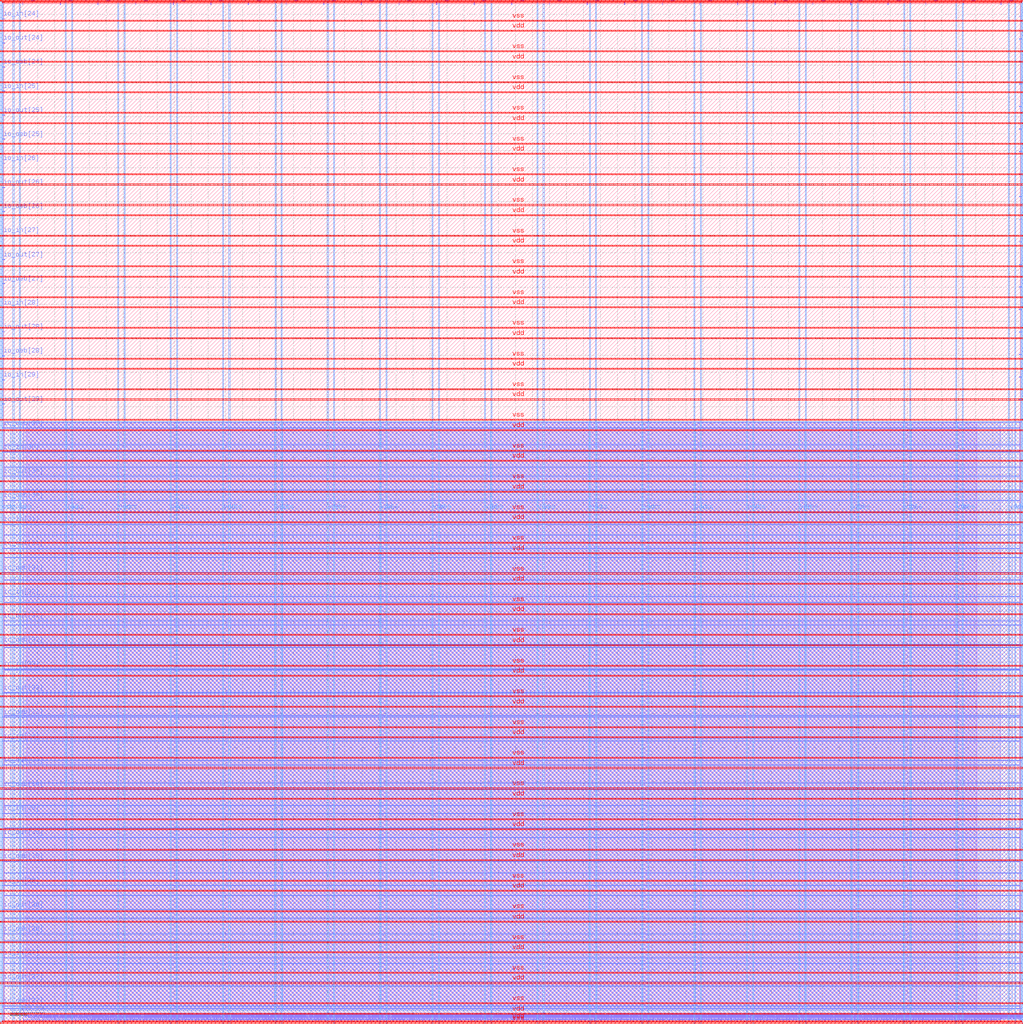
<source format=lef>
VERSION 5.7 ;
  NOWIREEXTENSIONATPIN ON ;
  DIVIDERCHAR "/" ;
  BUSBITCHARS "[]" ;
MACRO user_project_wrapper
  CLASS BLOCK ;
  FOREIGN user_project_wrapper ;
  ORIGIN 0.000 0.000 ;
  SIZE 2980.200 BY 2980.200 ;
  PIN io_in[0]
    DIRECTION INPUT ;
    USE SIGNAL ;
    PORT
      LAYER Metal3 ;
        RECT 2977.800 35.560 2985.000 36.680 ;
    END
  END io_in[0]
  PIN io_in[10]
    DIRECTION INPUT ;
    USE SIGNAL ;
    PORT
      LAYER Metal3 ;
        RECT 2977.800 2017.960 2985.000 2019.080 ;
    END
  END io_in[10]
  PIN io_in[11]
    DIRECTION INPUT ;
    USE SIGNAL ;
    PORT
      LAYER Metal3 ;
        RECT 2977.800 2216.200 2985.000 2217.320 ;
    END
  END io_in[11]
  PIN io_in[12]
    DIRECTION INPUT ;
    USE SIGNAL ;
    PORT
      LAYER Metal3 ;
        RECT 2977.800 2414.440 2985.000 2415.560 ;
    END
  END io_in[12]
  PIN io_in[13]
    DIRECTION INPUT ;
    USE SIGNAL ;
    PORT
      LAYER Metal3 ;
        RECT 2977.800 2612.680 2985.000 2613.800 ;
    END
  END io_in[13]
  PIN io_in[14]
    DIRECTION INPUT ;
    USE SIGNAL ;
    PORT
      LAYER Metal3 ;
        RECT 2977.800 2810.920 2985.000 2812.040 ;
    END
  END io_in[14]
  PIN io_in[15]
    DIRECTION INPUT ;
    USE SIGNAL ;
    PORT
      LAYER Metal2 ;
        RECT 2923.480 2977.800 2924.600 2985.000 ;
    END
  END io_in[15]
  PIN io_in[16]
    DIRECTION INPUT ;
    USE SIGNAL ;
    PORT
      LAYER Metal2 ;
        RECT 2592.520 2977.800 2593.640 2985.000 ;
    END
  END io_in[16]
  PIN io_in[17]
    DIRECTION INPUT ;
    USE SIGNAL ;
    PORT
      LAYER Metal2 ;
        RECT 2261.560 2977.800 2262.680 2985.000 ;
    END
  END io_in[17]
  PIN io_in[18]
    DIRECTION INPUT ;
    USE SIGNAL ;
    PORT
      LAYER Metal2 ;
        RECT 1930.600 2977.800 1931.720 2985.000 ;
    END
  END io_in[18]
  PIN io_in[19]
    DIRECTION INPUT ;
    USE SIGNAL ;
    PORT
      LAYER Metal2 ;
        RECT 1599.640 2977.800 1600.760 2985.000 ;
    END
  END io_in[19]
  PIN io_in[1]
    DIRECTION INPUT ;
    USE SIGNAL ;
    PORT
      LAYER Metal3 ;
        RECT 2977.800 233.800 2985.000 234.920 ;
    END
  END io_in[1]
  PIN io_in[20]
    DIRECTION INPUT ;
    USE SIGNAL ;
    PORT
      LAYER Metal2 ;
        RECT 1268.680 2977.800 1269.800 2985.000 ;
    END
  END io_in[20]
  PIN io_in[21]
    DIRECTION INPUT ;
    USE SIGNAL ;
    PORT
      LAYER Metal2 ;
        RECT 937.720 2977.800 938.840 2985.000 ;
    END
  END io_in[21]
  PIN io_in[22]
    DIRECTION INPUT ;
    USE SIGNAL ;
    PORT
      LAYER Metal2 ;
        RECT 606.760 2977.800 607.880 2985.000 ;
    END
  END io_in[22]
  PIN io_in[23]
    DIRECTION INPUT ;
    USE SIGNAL ;
    PORT
      LAYER Metal2 ;
        RECT 275.800 2977.800 276.920 2985.000 ;
    END
  END io_in[23]
  PIN io_in[24]
    DIRECTION INPUT ;
    USE SIGNAL ;
    PORT
      LAYER Metal3 ;
        RECT -4.800 2935.800 2.400 2936.920 ;
    END
  END io_in[24]
  PIN io_in[25]
    DIRECTION INPUT ;
    USE SIGNAL ;
    PORT
      LAYER Metal3 ;
        RECT -4.800 2724.120 2.400 2725.240 ;
    END
  END io_in[25]
  PIN io_in[26]
    DIRECTION INPUT ;
    USE SIGNAL ;
    PORT
      LAYER Metal3 ;
        RECT -4.800 2512.440 2.400 2513.560 ;
    END
  END io_in[26]
  PIN io_in[27]
    DIRECTION INPUT ;
    USE SIGNAL ;
    PORT
      LAYER Metal3 ;
        RECT -4.800 2300.760 2.400 2301.880 ;
    END
  END io_in[27]
  PIN io_in[28]
    DIRECTION INPUT ;
    USE SIGNAL ;
    PORT
      LAYER Metal3 ;
        RECT -4.800 2089.080 2.400 2090.200 ;
    END
  END io_in[28]
  PIN io_in[29]
    DIRECTION INPUT ;
    USE SIGNAL ;
    PORT
      LAYER Metal3 ;
        RECT -4.800 1877.400 2.400 1878.520 ;
    END
  END io_in[29]
  PIN io_in[2]
    DIRECTION INPUT ;
    USE SIGNAL ;
    PORT
      LAYER Metal3 ;
        RECT 2977.800 432.040 2985.000 433.160 ;
    END
  END io_in[2]
  PIN io_in[30]
    DIRECTION INPUT ;
    USE SIGNAL ;
    PORT
      LAYER Metal3 ;
        RECT -4.800 1665.720 2.400 1666.840 ;
    END
  END io_in[30]
  PIN io_in[31]
    DIRECTION INPUT ;
    USE SIGNAL ;
    PORT
      LAYER Metal3 ;
        RECT -4.800 1454.040 2.400 1455.160 ;
    END
  END io_in[31]
  PIN io_in[32]
    DIRECTION INPUT ;
    USE SIGNAL ;
    PORT
      LAYER Metal3 ;
        RECT -4.800 1242.360 2.400 1243.480 ;
    END
  END io_in[32]
  PIN io_in[33]
    DIRECTION INPUT ;
    USE SIGNAL ;
    PORT
      LAYER Metal3 ;
        RECT -4.800 1030.680 2.400 1031.800 ;
    END
  END io_in[33]
  PIN io_in[34]
    DIRECTION INPUT ;
    USE SIGNAL ;
    PORT
      LAYER Metal3 ;
        RECT -4.800 819.000 2.400 820.120 ;
    END
  END io_in[34]
  PIN io_in[35]
    DIRECTION INPUT ;
    USE SIGNAL ;
    PORT
      LAYER Metal3 ;
        RECT -4.800 607.320 2.400 608.440 ;
    END
  END io_in[35]
  PIN io_in[36]
    DIRECTION INPUT ;
    USE SIGNAL ;
    PORT
      LAYER Metal3 ;
        RECT -4.800 395.640 2.400 396.760 ;
    END
  END io_in[36]
  PIN io_in[37]
    DIRECTION INPUT ;
    USE SIGNAL ;
    PORT
      LAYER Metal3 ;
        RECT -4.800 183.960 2.400 185.080 ;
    END
  END io_in[37]
  PIN io_in[3]
    DIRECTION INPUT ;
    USE SIGNAL ;
    PORT
      LAYER Metal3 ;
        RECT 2977.800 630.280 2985.000 631.400 ;
    END
  END io_in[3]
  PIN io_in[4]
    DIRECTION INPUT ;
    USE SIGNAL ;
    PORT
      LAYER Metal3 ;
        RECT 2977.800 828.520 2985.000 829.640 ;
    END
  END io_in[4]
  PIN io_in[5]
    DIRECTION INPUT ;
    USE SIGNAL ;
    PORT
      LAYER Metal3 ;
        RECT 2977.800 1026.760 2985.000 1027.880 ;
    END
  END io_in[5]
  PIN io_in[6]
    DIRECTION INPUT ;
    USE SIGNAL ;
    PORT
      LAYER Metal3 ;
        RECT 2977.800 1225.000 2985.000 1226.120 ;
    END
  END io_in[6]
  PIN io_in[7]
    DIRECTION INPUT ;
    USE SIGNAL ;
    PORT
      LAYER Metal3 ;
        RECT 2977.800 1423.240 2985.000 1424.360 ;
    END
  END io_in[7]
  PIN io_in[8]
    DIRECTION INPUT ;
    USE SIGNAL ;
    PORT
      LAYER Metal3 ;
        RECT 2977.800 1621.480 2985.000 1622.600 ;
    END
  END io_in[8]
  PIN io_in[9]
    DIRECTION INPUT ;
    USE SIGNAL ;
    PORT
      LAYER Metal3 ;
        RECT 2977.800 1819.720 2985.000 1820.840 ;
    END
  END io_in[9]
  PIN io_oeb[0]
    DIRECTION OUTPUT TRISTATE ;
    USE SIGNAL ;
    PORT
      LAYER Metal3 ;
        RECT 2977.800 167.720 2985.000 168.840 ;
    END
  END io_oeb[0]
  PIN io_oeb[10]
    DIRECTION OUTPUT TRISTATE ;
    USE SIGNAL ;
    PORT
      LAYER Metal3 ;
        RECT 2977.800 2150.120 2985.000 2151.240 ;
    END
  END io_oeb[10]
  PIN io_oeb[11]
    DIRECTION OUTPUT TRISTATE ;
    USE SIGNAL ;
    PORT
      LAYER Metal3 ;
        RECT 2977.800 2348.360 2985.000 2349.480 ;
    END
  END io_oeb[11]
  PIN io_oeb[12]
    DIRECTION OUTPUT TRISTATE ;
    USE SIGNAL ;
    PORT
      LAYER Metal3 ;
        RECT 2977.800 2546.600 2985.000 2547.720 ;
    END
  END io_oeb[12]
  PIN io_oeb[13]
    DIRECTION OUTPUT TRISTATE ;
    USE SIGNAL ;
    PORT
      LAYER Metal3 ;
        RECT 2977.800 2744.840 2985.000 2745.960 ;
    END
  END io_oeb[13]
  PIN io_oeb[14]
    DIRECTION OUTPUT TRISTATE ;
    USE SIGNAL ;
    PORT
      LAYER Metal3 ;
        RECT 2977.800 2943.080 2985.000 2944.200 ;
    END
  END io_oeb[14]
  PIN io_oeb[15]
    DIRECTION OUTPUT TRISTATE ;
    USE SIGNAL ;
    PORT
      LAYER Metal2 ;
        RECT 2702.840 2977.800 2703.960 2985.000 ;
    END
  END io_oeb[15]
  PIN io_oeb[16]
    DIRECTION OUTPUT TRISTATE ;
    USE SIGNAL ;
    PORT
      LAYER Metal2 ;
        RECT 2371.880 2977.800 2373.000 2985.000 ;
    END
  END io_oeb[16]
  PIN io_oeb[17]
    DIRECTION OUTPUT TRISTATE ;
    USE SIGNAL ;
    PORT
      LAYER Metal2 ;
        RECT 2040.920 2977.800 2042.040 2985.000 ;
    END
  END io_oeb[17]
  PIN io_oeb[18]
    DIRECTION OUTPUT TRISTATE ;
    USE SIGNAL ;
    PORT
      LAYER Metal2 ;
        RECT 1709.960 2977.800 1711.080 2985.000 ;
    END
  END io_oeb[18]
  PIN io_oeb[19]
    DIRECTION OUTPUT TRISTATE ;
    USE SIGNAL ;
    PORT
      LAYER Metal2 ;
        RECT 1379.000 2977.800 1380.120 2985.000 ;
    END
  END io_oeb[19]
  PIN io_oeb[1]
    DIRECTION OUTPUT TRISTATE ;
    USE SIGNAL ;
    PORT
      LAYER Metal3 ;
        RECT 2977.800 365.960 2985.000 367.080 ;
    END
  END io_oeb[1]
  PIN io_oeb[20]
    DIRECTION OUTPUT TRISTATE ;
    USE SIGNAL ;
    PORT
      LAYER Metal2 ;
        RECT 1048.040 2977.800 1049.160 2985.000 ;
    END
  END io_oeb[20]
  PIN io_oeb[21]
    DIRECTION OUTPUT TRISTATE ;
    USE SIGNAL ;
    PORT
      LAYER Metal2 ;
        RECT 717.080 2977.800 718.200 2985.000 ;
    END
  END io_oeb[21]
  PIN io_oeb[22]
    DIRECTION OUTPUT TRISTATE ;
    USE SIGNAL ;
    PORT
      LAYER Metal2 ;
        RECT 386.120 2977.800 387.240 2985.000 ;
    END
  END io_oeb[22]
  PIN io_oeb[23]
    DIRECTION OUTPUT TRISTATE ;
    USE SIGNAL ;
    PORT
      LAYER Metal2 ;
        RECT 55.160 2977.800 56.280 2985.000 ;
    END
  END io_oeb[23]
  PIN io_oeb[24]
    DIRECTION OUTPUT TRISTATE ;
    USE SIGNAL ;
    PORT
      LAYER Metal3 ;
        RECT -4.800 2794.680 2.400 2795.800 ;
    END
  END io_oeb[24]
  PIN io_oeb[25]
    DIRECTION OUTPUT TRISTATE ;
    USE SIGNAL ;
    PORT
      LAYER Metal3 ;
        RECT -4.800 2583.000 2.400 2584.120 ;
    END
  END io_oeb[25]
  PIN io_oeb[26]
    DIRECTION OUTPUT TRISTATE ;
    USE SIGNAL ;
    PORT
      LAYER Metal3 ;
        RECT -4.800 2371.320 2.400 2372.440 ;
    END
  END io_oeb[26]
  PIN io_oeb[27]
    DIRECTION OUTPUT TRISTATE ;
    USE SIGNAL ;
    PORT
      LAYER Metal3 ;
        RECT -4.800 2159.640 2.400 2160.760 ;
    END
  END io_oeb[27]
  PIN io_oeb[28]
    DIRECTION OUTPUT TRISTATE ;
    USE SIGNAL ;
    PORT
      LAYER Metal3 ;
        RECT -4.800 1947.960 2.400 1949.080 ;
    END
  END io_oeb[28]
  PIN io_oeb[29]
    DIRECTION OUTPUT TRISTATE ;
    USE SIGNAL ;
    PORT
      LAYER Metal3 ;
        RECT -4.800 1736.280 2.400 1737.400 ;
    END
  END io_oeb[29]
  PIN io_oeb[2]
    DIRECTION OUTPUT TRISTATE ;
    USE SIGNAL ;
    PORT
      LAYER Metal3 ;
        RECT 2977.800 564.200 2985.000 565.320 ;
    END
  END io_oeb[2]
  PIN io_oeb[30]
    DIRECTION OUTPUT TRISTATE ;
    USE SIGNAL ;
    PORT
      LAYER Metal3 ;
        RECT -4.800 1524.600 2.400 1525.720 ;
    END
  END io_oeb[30]
  PIN io_oeb[31]
    DIRECTION OUTPUT TRISTATE ;
    USE SIGNAL ;
    PORT
      LAYER Metal3 ;
        RECT -4.800 1312.920 2.400 1314.040 ;
    END
  END io_oeb[31]
  PIN io_oeb[32]
    DIRECTION OUTPUT TRISTATE ;
    USE SIGNAL ;
    PORT
      LAYER Metal3 ;
        RECT -4.800 1101.240 2.400 1102.360 ;
    END
  END io_oeb[32]
  PIN io_oeb[33]
    DIRECTION OUTPUT TRISTATE ;
    USE SIGNAL ;
    PORT
      LAYER Metal3 ;
        RECT -4.800 889.560 2.400 890.680 ;
    END
  END io_oeb[33]
  PIN io_oeb[34]
    DIRECTION OUTPUT TRISTATE ;
    USE SIGNAL ;
    PORT
      LAYER Metal3 ;
        RECT -4.800 677.880 2.400 679.000 ;
    END
  END io_oeb[34]
  PIN io_oeb[35]
    DIRECTION OUTPUT TRISTATE ;
    USE SIGNAL ;
    PORT
      LAYER Metal3 ;
        RECT -4.800 466.200 2.400 467.320 ;
    END
  END io_oeb[35]
  PIN io_oeb[36]
    DIRECTION OUTPUT TRISTATE ;
    USE SIGNAL ;
    PORT
      LAYER Metal3 ;
        RECT -4.800 254.520 2.400 255.640 ;
    END
  END io_oeb[36]
  PIN io_oeb[37]
    DIRECTION OUTPUT TRISTATE ;
    USE SIGNAL ;
    PORT
      LAYER Metal3 ;
        RECT -4.800 42.840 2.400 43.960 ;
    END
  END io_oeb[37]
  PIN io_oeb[3]
    DIRECTION OUTPUT TRISTATE ;
    USE SIGNAL ;
    PORT
      LAYER Metal3 ;
        RECT 2977.800 762.440 2985.000 763.560 ;
    END
  END io_oeb[3]
  PIN io_oeb[4]
    DIRECTION OUTPUT TRISTATE ;
    USE SIGNAL ;
    PORT
      LAYER Metal3 ;
        RECT 2977.800 960.680 2985.000 961.800 ;
    END
  END io_oeb[4]
  PIN io_oeb[5]
    DIRECTION OUTPUT TRISTATE ;
    USE SIGNAL ;
    PORT
      LAYER Metal3 ;
        RECT 2977.800 1158.920 2985.000 1160.040 ;
    END
  END io_oeb[5]
  PIN io_oeb[6]
    DIRECTION OUTPUT TRISTATE ;
    USE SIGNAL ;
    PORT
      LAYER Metal3 ;
        RECT 2977.800 1357.160 2985.000 1358.280 ;
    END
  END io_oeb[6]
  PIN io_oeb[7]
    DIRECTION OUTPUT TRISTATE ;
    USE SIGNAL ;
    PORT
      LAYER Metal3 ;
        RECT 2977.800 1555.400 2985.000 1556.520 ;
    END
  END io_oeb[7]
  PIN io_oeb[8]
    DIRECTION OUTPUT TRISTATE ;
    USE SIGNAL ;
    PORT
      LAYER Metal3 ;
        RECT 2977.800 1753.640 2985.000 1754.760 ;
    END
  END io_oeb[8]
  PIN io_oeb[9]
    DIRECTION OUTPUT TRISTATE ;
    USE SIGNAL ;
    PORT
      LAYER Metal3 ;
        RECT 2977.800 1951.880 2985.000 1953.000 ;
    END
  END io_oeb[9]
  PIN io_out[0]
    DIRECTION OUTPUT TRISTATE ;
    USE SIGNAL ;
    PORT
      LAYER Metal3 ;
        RECT 2977.800 101.640 2985.000 102.760 ;
    END
  END io_out[0]
  PIN io_out[10]
    DIRECTION OUTPUT TRISTATE ;
    USE SIGNAL ;
    PORT
      LAYER Metal3 ;
        RECT 2977.800 2084.040 2985.000 2085.160 ;
    END
  END io_out[10]
  PIN io_out[11]
    DIRECTION OUTPUT TRISTATE ;
    USE SIGNAL ;
    PORT
      LAYER Metal3 ;
        RECT 2977.800 2282.280 2985.000 2283.400 ;
    END
  END io_out[11]
  PIN io_out[12]
    DIRECTION OUTPUT TRISTATE ;
    USE SIGNAL ;
    PORT
      LAYER Metal3 ;
        RECT 2977.800 2480.520 2985.000 2481.640 ;
    END
  END io_out[12]
  PIN io_out[13]
    DIRECTION OUTPUT TRISTATE ;
    USE SIGNAL ;
    PORT
      LAYER Metal3 ;
        RECT 2977.800 2678.760 2985.000 2679.880 ;
    END
  END io_out[13]
  PIN io_out[14]
    DIRECTION OUTPUT TRISTATE ;
    USE SIGNAL ;
    PORT
      LAYER Metal3 ;
        RECT 2977.800 2877.000 2985.000 2878.120 ;
    END
  END io_out[14]
  PIN io_out[15]
    DIRECTION OUTPUT TRISTATE ;
    USE SIGNAL ;
    PORT
      LAYER Metal2 ;
        RECT 2813.160 2977.800 2814.280 2985.000 ;
    END
  END io_out[15]
  PIN io_out[16]
    DIRECTION OUTPUT TRISTATE ;
    USE SIGNAL ;
    PORT
      LAYER Metal2 ;
        RECT 2482.200 2977.800 2483.320 2985.000 ;
    END
  END io_out[16]
  PIN io_out[17]
    DIRECTION OUTPUT TRISTATE ;
    USE SIGNAL ;
    PORT
      LAYER Metal2 ;
        RECT 2151.240 2977.800 2152.360 2985.000 ;
    END
  END io_out[17]
  PIN io_out[18]
    DIRECTION OUTPUT TRISTATE ;
    USE SIGNAL ;
    PORT
      LAYER Metal2 ;
        RECT 1820.280 2977.800 1821.400 2985.000 ;
    END
  END io_out[18]
  PIN io_out[19]
    DIRECTION OUTPUT TRISTATE ;
    USE SIGNAL ;
    PORT
      LAYER Metal2 ;
        RECT 1489.320 2977.800 1490.440 2985.000 ;
    END
  END io_out[19]
  PIN io_out[1]
    DIRECTION OUTPUT TRISTATE ;
    USE SIGNAL ;
    PORT
      LAYER Metal3 ;
        RECT 2977.800 299.880 2985.000 301.000 ;
    END
  END io_out[1]
  PIN io_out[20]
    DIRECTION OUTPUT TRISTATE ;
    USE SIGNAL ;
    PORT
      LAYER Metal2 ;
        RECT 1158.360 2977.800 1159.480 2985.000 ;
    END
  END io_out[20]
  PIN io_out[21]
    DIRECTION OUTPUT TRISTATE ;
    USE SIGNAL ;
    PORT
      LAYER Metal2 ;
        RECT 827.400 2977.800 828.520 2985.000 ;
    END
  END io_out[21]
  PIN io_out[22]
    DIRECTION OUTPUT TRISTATE ;
    USE SIGNAL ;
    PORT
      LAYER Metal2 ;
        RECT 496.440 2977.800 497.560 2985.000 ;
    END
  END io_out[22]
  PIN io_out[23]
    DIRECTION OUTPUT TRISTATE ;
    USE SIGNAL ;
    PORT
      LAYER Metal2 ;
        RECT 165.480 2977.800 166.600 2985.000 ;
    END
  END io_out[23]
  PIN io_out[24]
    DIRECTION OUTPUT TRISTATE ;
    USE SIGNAL ;
    PORT
      LAYER Metal3 ;
        RECT -4.800 2865.240 2.400 2866.360 ;
    END
  END io_out[24]
  PIN io_out[25]
    DIRECTION OUTPUT TRISTATE ;
    USE SIGNAL ;
    PORT
      LAYER Metal3 ;
        RECT -4.800 2653.560 2.400 2654.680 ;
    END
  END io_out[25]
  PIN io_out[26]
    DIRECTION OUTPUT TRISTATE ;
    USE SIGNAL ;
    PORT
      LAYER Metal3 ;
        RECT -4.800 2441.880 2.400 2443.000 ;
    END
  END io_out[26]
  PIN io_out[27]
    DIRECTION OUTPUT TRISTATE ;
    USE SIGNAL ;
    PORT
      LAYER Metal3 ;
        RECT -4.800 2230.200 2.400 2231.320 ;
    END
  END io_out[27]
  PIN io_out[28]
    DIRECTION OUTPUT TRISTATE ;
    USE SIGNAL ;
    PORT
      LAYER Metal3 ;
        RECT -4.800 2018.520 2.400 2019.640 ;
    END
  END io_out[28]
  PIN io_out[29]
    DIRECTION OUTPUT TRISTATE ;
    USE SIGNAL ;
    PORT
      LAYER Metal3 ;
        RECT -4.800 1806.840 2.400 1807.960 ;
    END
  END io_out[29]
  PIN io_out[2]
    DIRECTION OUTPUT TRISTATE ;
    USE SIGNAL ;
    PORT
      LAYER Metal3 ;
        RECT 2977.800 498.120 2985.000 499.240 ;
    END
  END io_out[2]
  PIN io_out[30]
    DIRECTION OUTPUT TRISTATE ;
    USE SIGNAL ;
    PORT
      LAYER Metal3 ;
        RECT -4.800 1595.160 2.400 1596.280 ;
    END
  END io_out[30]
  PIN io_out[31]
    DIRECTION OUTPUT TRISTATE ;
    USE SIGNAL ;
    PORT
      LAYER Metal3 ;
        RECT -4.800 1383.480 2.400 1384.600 ;
    END
  END io_out[31]
  PIN io_out[32]
    DIRECTION OUTPUT TRISTATE ;
    USE SIGNAL ;
    PORT
      LAYER Metal3 ;
        RECT -4.800 1171.800 2.400 1172.920 ;
    END
  END io_out[32]
  PIN io_out[33]
    DIRECTION OUTPUT TRISTATE ;
    USE SIGNAL ;
    PORT
      LAYER Metal3 ;
        RECT -4.800 960.120 2.400 961.240 ;
    END
  END io_out[33]
  PIN io_out[34]
    DIRECTION OUTPUT TRISTATE ;
    USE SIGNAL ;
    PORT
      LAYER Metal3 ;
        RECT -4.800 748.440 2.400 749.560 ;
    END
  END io_out[34]
  PIN io_out[35]
    DIRECTION OUTPUT TRISTATE ;
    USE SIGNAL ;
    PORT
      LAYER Metal3 ;
        RECT -4.800 536.760 2.400 537.880 ;
    END
  END io_out[35]
  PIN io_out[36]
    DIRECTION OUTPUT TRISTATE ;
    USE SIGNAL ;
    PORT
      LAYER Metal3 ;
        RECT -4.800 325.080 2.400 326.200 ;
    END
  END io_out[36]
  PIN io_out[37]
    DIRECTION OUTPUT TRISTATE ;
    USE SIGNAL ;
    PORT
      LAYER Metal3 ;
        RECT -4.800 113.400 2.400 114.520 ;
    END
  END io_out[37]
  PIN io_out[3]
    DIRECTION OUTPUT TRISTATE ;
    USE SIGNAL ;
    PORT
      LAYER Metal3 ;
        RECT 2977.800 696.360 2985.000 697.480 ;
    END
  END io_out[3]
  PIN io_out[4]
    DIRECTION OUTPUT TRISTATE ;
    USE SIGNAL ;
    PORT
      LAYER Metal3 ;
        RECT 2977.800 894.600 2985.000 895.720 ;
    END
  END io_out[4]
  PIN io_out[5]
    DIRECTION OUTPUT TRISTATE ;
    USE SIGNAL ;
    PORT
      LAYER Metal3 ;
        RECT 2977.800 1092.840 2985.000 1093.960 ;
    END
  END io_out[5]
  PIN io_out[6]
    DIRECTION OUTPUT TRISTATE ;
    USE SIGNAL ;
    PORT
      LAYER Metal3 ;
        RECT 2977.800 1291.080 2985.000 1292.200 ;
    END
  END io_out[6]
  PIN io_out[7]
    DIRECTION OUTPUT TRISTATE ;
    USE SIGNAL ;
    PORT
      LAYER Metal3 ;
        RECT 2977.800 1489.320 2985.000 1490.440 ;
    END
  END io_out[7]
  PIN io_out[8]
    DIRECTION OUTPUT TRISTATE ;
    USE SIGNAL ;
    PORT
      LAYER Metal3 ;
        RECT 2977.800 1687.560 2985.000 1688.680 ;
    END
  END io_out[8]
  PIN io_out[9]
    DIRECTION OUTPUT TRISTATE ;
    USE SIGNAL ;
    PORT
      LAYER Metal3 ;
        RECT 2977.800 1885.800 2985.000 1886.920 ;
    END
  END io_out[9]
  PIN la_data_in[0]
    DIRECTION INPUT ;
    USE SIGNAL ;
    PORT
      LAYER Metal2 ;
        RECT 1065.960 -4.800 1067.080 2.400 ;
    END
  END la_data_in[0]
  PIN la_data_in[10]
    DIRECTION INPUT ;
    USE SIGNAL ;
    PORT
      LAYER Metal2 ;
        RECT 1351.560 -4.800 1352.680 2.400 ;
    END
  END la_data_in[10]
  PIN la_data_in[11]
    DIRECTION INPUT ;
    USE SIGNAL ;
    PORT
      LAYER Metal2 ;
        RECT 1380.120 -4.800 1381.240 2.400 ;
    END
  END la_data_in[11]
  PIN la_data_in[12]
    DIRECTION INPUT ;
    USE SIGNAL ;
    PORT
      LAYER Metal2 ;
        RECT 1408.680 -4.800 1409.800 2.400 ;
    END
  END la_data_in[12]
  PIN la_data_in[13]
    DIRECTION INPUT ;
    USE SIGNAL ;
    PORT
      LAYER Metal2 ;
        RECT 1437.240 -4.800 1438.360 2.400 ;
    END
  END la_data_in[13]
  PIN la_data_in[14]
    DIRECTION INPUT ;
    USE SIGNAL ;
    PORT
      LAYER Metal2 ;
        RECT 1465.800 -4.800 1466.920 2.400 ;
    END
  END la_data_in[14]
  PIN la_data_in[15]
    DIRECTION INPUT ;
    USE SIGNAL ;
    PORT
      LAYER Metal2 ;
        RECT 1494.360 -4.800 1495.480 2.400 ;
    END
  END la_data_in[15]
  PIN la_data_in[16]
    DIRECTION INPUT ;
    USE SIGNAL ;
    PORT
      LAYER Metal2 ;
        RECT 1522.920 -4.800 1524.040 2.400 ;
    END
  END la_data_in[16]
  PIN la_data_in[17]
    DIRECTION INPUT ;
    USE SIGNAL ;
    PORT
      LAYER Metal2 ;
        RECT 1551.480 -4.800 1552.600 2.400 ;
    END
  END la_data_in[17]
  PIN la_data_in[18]
    DIRECTION INPUT ;
    USE SIGNAL ;
    PORT
      LAYER Metal2 ;
        RECT 1580.040 -4.800 1581.160 2.400 ;
    END
  END la_data_in[18]
  PIN la_data_in[19]
    DIRECTION INPUT ;
    USE SIGNAL ;
    PORT
      LAYER Metal2 ;
        RECT 1608.600 -4.800 1609.720 2.400 ;
    END
  END la_data_in[19]
  PIN la_data_in[1]
    DIRECTION INPUT ;
    USE SIGNAL ;
    PORT
      LAYER Metal2 ;
        RECT 1094.520 -4.800 1095.640 2.400 ;
    END
  END la_data_in[1]
  PIN la_data_in[20]
    DIRECTION INPUT ;
    USE SIGNAL ;
    PORT
      LAYER Metal2 ;
        RECT 1637.160 -4.800 1638.280 2.400 ;
    END
  END la_data_in[20]
  PIN la_data_in[21]
    DIRECTION INPUT ;
    USE SIGNAL ;
    PORT
      LAYER Metal2 ;
        RECT 1665.720 -4.800 1666.840 2.400 ;
    END
  END la_data_in[21]
  PIN la_data_in[22]
    DIRECTION INPUT ;
    USE SIGNAL ;
    PORT
      LAYER Metal2 ;
        RECT 1694.280 -4.800 1695.400 2.400 ;
    END
  END la_data_in[22]
  PIN la_data_in[23]
    DIRECTION INPUT ;
    USE SIGNAL ;
    PORT
      LAYER Metal2 ;
        RECT 1722.840 -4.800 1723.960 2.400 ;
    END
  END la_data_in[23]
  PIN la_data_in[24]
    DIRECTION INPUT ;
    USE SIGNAL ;
    PORT
      LAYER Metal2 ;
        RECT 1751.400 -4.800 1752.520 2.400 ;
    END
  END la_data_in[24]
  PIN la_data_in[25]
    DIRECTION INPUT ;
    USE SIGNAL ;
    PORT
      LAYER Metal2 ;
        RECT 1779.960 -4.800 1781.080 2.400 ;
    END
  END la_data_in[25]
  PIN la_data_in[26]
    DIRECTION INPUT ;
    USE SIGNAL ;
    PORT
      LAYER Metal2 ;
        RECT 1808.520 -4.800 1809.640 2.400 ;
    END
  END la_data_in[26]
  PIN la_data_in[27]
    DIRECTION INPUT ;
    USE SIGNAL ;
    PORT
      LAYER Metal2 ;
        RECT 1837.080 -4.800 1838.200 2.400 ;
    END
  END la_data_in[27]
  PIN la_data_in[28]
    DIRECTION INPUT ;
    USE SIGNAL ;
    PORT
      LAYER Metal2 ;
        RECT 1865.640 -4.800 1866.760 2.400 ;
    END
  END la_data_in[28]
  PIN la_data_in[29]
    DIRECTION INPUT ;
    USE SIGNAL ;
    PORT
      LAYER Metal2 ;
        RECT 1894.200 -4.800 1895.320 2.400 ;
    END
  END la_data_in[29]
  PIN la_data_in[2]
    DIRECTION INPUT ;
    USE SIGNAL ;
    PORT
      LAYER Metal2 ;
        RECT 1123.080 -4.800 1124.200 2.400 ;
    END
  END la_data_in[2]
  PIN la_data_in[30]
    DIRECTION INPUT ;
    USE SIGNAL ;
    PORT
      LAYER Metal2 ;
        RECT 1922.760 -4.800 1923.880 2.400 ;
    END
  END la_data_in[30]
  PIN la_data_in[31]
    DIRECTION INPUT ;
    USE SIGNAL ;
    PORT
      LAYER Metal2 ;
        RECT 1951.320 -4.800 1952.440 2.400 ;
    END
  END la_data_in[31]
  PIN la_data_in[32]
    DIRECTION INPUT ;
    USE SIGNAL ;
    PORT
      LAYER Metal2 ;
        RECT 1979.880 -4.800 1981.000 2.400 ;
    END
  END la_data_in[32]
  PIN la_data_in[33]
    DIRECTION INPUT ;
    USE SIGNAL ;
    PORT
      LAYER Metal2 ;
        RECT 2008.440 -4.800 2009.560 2.400 ;
    END
  END la_data_in[33]
  PIN la_data_in[34]
    DIRECTION INPUT ;
    USE SIGNAL ;
    PORT
      LAYER Metal2 ;
        RECT 2037.000 -4.800 2038.120 2.400 ;
    END
  END la_data_in[34]
  PIN la_data_in[35]
    DIRECTION INPUT ;
    USE SIGNAL ;
    PORT
      LAYER Metal2 ;
        RECT 2065.560 -4.800 2066.680 2.400 ;
    END
  END la_data_in[35]
  PIN la_data_in[36]
    DIRECTION INPUT ;
    USE SIGNAL ;
    PORT
      LAYER Metal2 ;
        RECT 2094.120 -4.800 2095.240 2.400 ;
    END
  END la_data_in[36]
  PIN la_data_in[37]
    DIRECTION INPUT ;
    USE SIGNAL ;
    PORT
      LAYER Metal2 ;
        RECT 2122.680 -4.800 2123.800 2.400 ;
    END
  END la_data_in[37]
  PIN la_data_in[38]
    DIRECTION INPUT ;
    USE SIGNAL ;
    PORT
      LAYER Metal2 ;
        RECT 2151.240 -4.800 2152.360 2.400 ;
    END
  END la_data_in[38]
  PIN la_data_in[39]
    DIRECTION INPUT ;
    USE SIGNAL ;
    PORT
      LAYER Metal2 ;
        RECT 2179.800 -4.800 2180.920 2.400 ;
    END
  END la_data_in[39]
  PIN la_data_in[3]
    DIRECTION INPUT ;
    USE SIGNAL ;
    PORT
      LAYER Metal2 ;
        RECT 1151.640 -4.800 1152.760 2.400 ;
    END
  END la_data_in[3]
  PIN la_data_in[40]
    DIRECTION INPUT ;
    USE SIGNAL ;
    PORT
      LAYER Metal2 ;
        RECT 2208.360 -4.800 2209.480 2.400 ;
    END
  END la_data_in[40]
  PIN la_data_in[41]
    DIRECTION INPUT ;
    USE SIGNAL ;
    PORT
      LAYER Metal2 ;
        RECT 2236.920 -4.800 2238.040 2.400 ;
    END
  END la_data_in[41]
  PIN la_data_in[42]
    DIRECTION INPUT ;
    USE SIGNAL ;
    PORT
      LAYER Metal2 ;
        RECT 2265.480 -4.800 2266.600 2.400 ;
    END
  END la_data_in[42]
  PIN la_data_in[43]
    DIRECTION INPUT ;
    USE SIGNAL ;
    PORT
      LAYER Metal2 ;
        RECT 2294.040 -4.800 2295.160 2.400 ;
    END
  END la_data_in[43]
  PIN la_data_in[44]
    DIRECTION INPUT ;
    USE SIGNAL ;
    PORT
      LAYER Metal2 ;
        RECT 2322.600 -4.800 2323.720 2.400 ;
    END
  END la_data_in[44]
  PIN la_data_in[45]
    DIRECTION INPUT ;
    USE SIGNAL ;
    PORT
      LAYER Metal2 ;
        RECT 2351.160 -4.800 2352.280 2.400 ;
    END
  END la_data_in[45]
  PIN la_data_in[46]
    DIRECTION INPUT ;
    USE SIGNAL ;
    PORT
      LAYER Metal2 ;
        RECT 2379.720 -4.800 2380.840 2.400 ;
    END
  END la_data_in[46]
  PIN la_data_in[47]
    DIRECTION INPUT ;
    USE SIGNAL ;
    PORT
      LAYER Metal2 ;
        RECT 2408.280 -4.800 2409.400 2.400 ;
    END
  END la_data_in[47]
  PIN la_data_in[48]
    DIRECTION INPUT ;
    USE SIGNAL ;
    PORT
      LAYER Metal2 ;
        RECT 2436.840 -4.800 2437.960 2.400 ;
    END
  END la_data_in[48]
  PIN la_data_in[49]
    DIRECTION INPUT ;
    USE SIGNAL ;
    PORT
      LAYER Metal2 ;
        RECT 2465.400 -4.800 2466.520 2.400 ;
    END
  END la_data_in[49]
  PIN la_data_in[4]
    DIRECTION INPUT ;
    USE SIGNAL ;
    PORT
      LAYER Metal2 ;
        RECT 1180.200 -4.800 1181.320 2.400 ;
    END
  END la_data_in[4]
  PIN la_data_in[50]
    DIRECTION INPUT ;
    USE SIGNAL ;
    PORT
      LAYER Metal2 ;
        RECT 2493.960 -4.800 2495.080 2.400 ;
    END
  END la_data_in[50]
  PIN la_data_in[51]
    DIRECTION INPUT ;
    USE SIGNAL ;
    PORT
      LAYER Metal2 ;
        RECT 2522.520 -4.800 2523.640 2.400 ;
    END
  END la_data_in[51]
  PIN la_data_in[52]
    DIRECTION INPUT ;
    USE SIGNAL ;
    PORT
      LAYER Metal2 ;
        RECT 2551.080 -4.800 2552.200 2.400 ;
    END
  END la_data_in[52]
  PIN la_data_in[53]
    DIRECTION INPUT ;
    USE SIGNAL ;
    PORT
      LAYER Metal2 ;
        RECT 2579.640 -4.800 2580.760 2.400 ;
    END
  END la_data_in[53]
  PIN la_data_in[54]
    DIRECTION INPUT ;
    USE SIGNAL ;
    PORT
      LAYER Metal2 ;
        RECT 2608.200 -4.800 2609.320 2.400 ;
    END
  END la_data_in[54]
  PIN la_data_in[55]
    DIRECTION INPUT ;
    USE SIGNAL ;
    PORT
      LAYER Metal2 ;
        RECT 2636.760 -4.800 2637.880 2.400 ;
    END
  END la_data_in[55]
  PIN la_data_in[56]
    DIRECTION INPUT ;
    USE SIGNAL ;
    PORT
      LAYER Metal2 ;
        RECT 2665.320 -4.800 2666.440 2.400 ;
    END
  END la_data_in[56]
  PIN la_data_in[57]
    DIRECTION INPUT ;
    USE SIGNAL ;
    PORT
      LAYER Metal2 ;
        RECT 2693.880 -4.800 2695.000 2.400 ;
    END
  END la_data_in[57]
  PIN la_data_in[58]
    DIRECTION INPUT ;
    USE SIGNAL ;
    PORT
      LAYER Metal2 ;
        RECT 2722.440 -4.800 2723.560 2.400 ;
    END
  END la_data_in[58]
  PIN la_data_in[59]
    DIRECTION INPUT ;
    USE SIGNAL ;
    PORT
      LAYER Metal2 ;
        RECT 2751.000 -4.800 2752.120 2.400 ;
    END
  END la_data_in[59]
  PIN la_data_in[5]
    DIRECTION INPUT ;
    USE SIGNAL ;
    PORT
      LAYER Metal2 ;
        RECT 1208.760 -4.800 1209.880 2.400 ;
    END
  END la_data_in[5]
  PIN la_data_in[60]
    DIRECTION INPUT ;
    USE SIGNAL ;
    PORT
      LAYER Metal2 ;
        RECT 2779.560 -4.800 2780.680 2.400 ;
    END
  END la_data_in[60]
  PIN la_data_in[61]
    DIRECTION INPUT ;
    USE SIGNAL ;
    PORT
      LAYER Metal2 ;
        RECT 2808.120 -4.800 2809.240 2.400 ;
    END
  END la_data_in[61]
  PIN la_data_in[62]
    DIRECTION INPUT ;
    USE SIGNAL ;
    PORT
      LAYER Metal2 ;
        RECT 2836.680 -4.800 2837.800 2.400 ;
    END
  END la_data_in[62]
  PIN la_data_in[63]
    DIRECTION INPUT ;
    USE SIGNAL ;
    PORT
      LAYER Metal2 ;
        RECT 2865.240 -4.800 2866.360 2.400 ;
    END
  END la_data_in[63]
  PIN la_data_in[6]
    DIRECTION INPUT ;
    USE SIGNAL ;
    PORT
      LAYER Metal2 ;
        RECT 1237.320 -4.800 1238.440 2.400 ;
    END
  END la_data_in[6]
  PIN la_data_in[7]
    DIRECTION INPUT ;
    USE SIGNAL ;
    PORT
      LAYER Metal2 ;
        RECT 1265.880 -4.800 1267.000 2.400 ;
    END
  END la_data_in[7]
  PIN la_data_in[8]
    DIRECTION INPUT ;
    USE SIGNAL ;
    PORT
      LAYER Metal2 ;
        RECT 1294.440 -4.800 1295.560 2.400 ;
    END
  END la_data_in[8]
  PIN la_data_in[9]
    DIRECTION INPUT ;
    USE SIGNAL ;
    PORT
      LAYER Metal2 ;
        RECT 1323.000 -4.800 1324.120 2.400 ;
    END
  END la_data_in[9]
  PIN la_data_out[0]
    DIRECTION OUTPUT TRISTATE ;
    USE SIGNAL ;
    PORT
      LAYER Metal2 ;
        RECT 1075.480 -4.800 1076.600 2.400 ;
    END
  END la_data_out[0]
  PIN la_data_out[10]
    DIRECTION OUTPUT TRISTATE ;
    USE SIGNAL ;
    PORT
      LAYER Metal2 ;
        RECT 1361.080 -4.800 1362.200 2.400 ;
    END
  END la_data_out[10]
  PIN la_data_out[11]
    DIRECTION OUTPUT TRISTATE ;
    USE SIGNAL ;
    PORT
      LAYER Metal2 ;
        RECT 1389.640 -4.800 1390.760 2.400 ;
    END
  END la_data_out[11]
  PIN la_data_out[12]
    DIRECTION OUTPUT TRISTATE ;
    USE SIGNAL ;
    PORT
      LAYER Metal2 ;
        RECT 1418.200 -4.800 1419.320 2.400 ;
    END
  END la_data_out[12]
  PIN la_data_out[13]
    DIRECTION OUTPUT TRISTATE ;
    USE SIGNAL ;
    PORT
      LAYER Metal2 ;
        RECT 1446.760 -4.800 1447.880 2.400 ;
    END
  END la_data_out[13]
  PIN la_data_out[14]
    DIRECTION OUTPUT TRISTATE ;
    USE SIGNAL ;
    PORT
      LAYER Metal2 ;
        RECT 1475.320 -4.800 1476.440 2.400 ;
    END
  END la_data_out[14]
  PIN la_data_out[15]
    DIRECTION OUTPUT TRISTATE ;
    USE SIGNAL ;
    PORT
      LAYER Metal2 ;
        RECT 1503.880 -4.800 1505.000 2.400 ;
    END
  END la_data_out[15]
  PIN la_data_out[16]
    DIRECTION OUTPUT TRISTATE ;
    USE SIGNAL ;
    PORT
      LAYER Metal2 ;
        RECT 1532.440 -4.800 1533.560 2.400 ;
    END
  END la_data_out[16]
  PIN la_data_out[17]
    DIRECTION OUTPUT TRISTATE ;
    USE SIGNAL ;
    PORT
      LAYER Metal2 ;
        RECT 1561.000 -4.800 1562.120 2.400 ;
    END
  END la_data_out[17]
  PIN la_data_out[18]
    DIRECTION OUTPUT TRISTATE ;
    USE SIGNAL ;
    PORT
      LAYER Metal2 ;
        RECT 1589.560 -4.800 1590.680 2.400 ;
    END
  END la_data_out[18]
  PIN la_data_out[19]
    DIRECTION OUTPUT TRISTATE ;
    USE SIGNAL ;
    PORT
      LAYER Metal2 ;
        RECT 1618.120 -4.800 1619.240 2.400 ;
    END
  END la_data_out[19]
  PIN la_data_out[1]
    DIRECTION OUTPUT TRISTATE ;
    USE SIGNAL ;
    PORT
      LAYER Metal2 ;
        RECT 1104.040 -4.800 1105.160 2.400 ;
    END
  END la_data_out[1]
  PIN la_data_out[20]
    DIRECTION OUTPUT TRISTATE ;
    USE SIGNAL ;
    PORT
      LAYER Metal2 ;
        RECT 1646.680 -4.800 1647.800 2.400 ;
    END
  END la_data_out[20]
  PIN la_data_out[21]
    DIRECTION OUTPUT TRISTATE ;
    USE SIGNAL ;
    PORT
      LAYER Metal2 ;
        RECT 1675.240 -4.800 1676.360 2.400 ;
    END
  END la_data_out[21]
  PIN la_data_out[22]
    DIRECTION OUTPUT TRISTATE ;
    USE SIGNAL ;
    PORT
      LAYER Metal2 ;
        RECT 1703.800 -4.800 1704.920 2.400 ;
    END
  END la_data_out[22]
  PIN la_data_out[23]
    DIRECTION OUTPUT TRISTATE ;
    USE SIGNAL ;
    PORT
      LAYER Metal2 ;
        RECT 1732.360 -4.800 1733.480 2.400 ;
    END
  END la_data_out[23]
  PIN la_data_out[24]
    DIRECTION OUTPUT TRISTATE ;
    USE SIGNAL ;
    PORT
      LAYER Metal2 ;
        RECT 1760.920 -4.800 1762.040 2.400 ;
    END
  END la_data_out[24]
  PIN la_data_out[25]
    DIRECTION OUTPUT TRISTATE ;
    USE SIGNAL ;
    PORT
      LAYER Metal2 ;
        RECT 1789.480 -4.800 1790.600 2.400 ;
    END
  END la_data_out[25]
  PIN la_data_out[26]
    DIRECTION OUTPUT TRISTATE ;
    USE SIGNAL ;
    PORT
      LAYER Metal2 ;
        RECT 1818.040 -4.800 1819.160 2.400 ;
    END
  END la_data_out[26]
  PIN la_data_out[27]
    DIRECTION OUTPUT TRISTATE ;
    USE SIGNAL ;
    PORT
      LAYER Metal2 ;
        RECT 1846.600 -4.800 1847.720 2.400 ;
    END
  END la_data_out[27]
  PIN la_data_out[28]
    DIRECTION OUTPUT TRISTATE ;
    USE SIGNAL ;
    PORT
      LAYER Metal2 ;
        RECT 1875.160 -4.800 1876.280 2.400 ;
    END
  END la_data_out[28]
  PIN la_data_out[29]
    DIRECTION OUTPUT TRISTATE ;
    USE SIGNAL ;
    PORT
      LAYER Metal2 ;
        RECT 1903.720 -4.800 1904.840 2.400 ;
    END
  END la_data_out[29]
  PIN la_data_out[2]
    DIRECTION OUTPUT TRISTATE ;
    USE SIGNAL ;
    PORT
      LAYER Metal2 ;
        RECT 1132.600 -4.800 1133.720 2.400 ;
    END
  END la_data_out[2]
  PIN la_data_out[30]
    DIRECTION OUTPUT TRISTATE ;
    USE SIGNAL ;
    PORT
      LAYER Metal2 ;
        RECT 1932.280 -4.800 1933.400 2.400 ;
    END
  END la_data_out[30]
  PIN la_data_out[31]
    DIRECTION OUTPUT TRISTATE ;
    USE SIGNAL ;
    PORT
      LAYER Metal2 ;
        RECT 1960.840 -4.800 1961.960 2.400 ;
    END
  END la_data_out[31]
  PIN la_data_out[32]
    DIRECTION OUTPUT TRISTATE ;
    USE SIGNAL ;
    PORT
      LAYER Metal2 ;
        RECT 1989.400 -4.800 1990.520 2.400 ;
    END
  END la_data_out[32]
  PIN la_data_out[33]
    DIRECTION OUTPUT TRISTATE ;
    USE SIGNAL ;
    PORT
      LAYER Metal2 ;
        RECT 2017.960 -4.800 2019.080 2.400 ;
    END
  END la_data_out[33]
  PIN la_data_out[34]
    DIRECTION OUTPUT TRISTATE ;
    USE SIGNAL ;
    PORT
      LAYER Metal2 ;
        RECT 2046.520 -4.800 2047.640 2.400 ;
    END
  END la_data_out[34]
  PIN la_data_out[35]
    DIRECTION OUTPUT TRISTATE ;
    USE SIGNAL ;
    PORT
      LAYER Metal2 ;
        RECT 2075.080 -4.800 2076.200 2.400 ;
    END
  END la_data_out[35]
  PIN la_data_out[36]
    DIRECTION OUTPUT TRISTATE ;
    USE SIGNAL ;
    PORT
      LAYER Metal2 ;
        RECT 2103.640 -4.800 2104.760 2.400 ;
    END
  END la_data_out[36]
  PIN la_data_out[37]
    DIRECTION OUTPUT TRISTATE ;
    USE SIGNAL ;
    PORT
      LAYER Metal2 ;
        RECT 2132.200 -4.800 2133.320 2.400 ;
    END
  END la_data_out[37]
  PIN la_data_out[38]
    DIRECTION OUTPUT TRISTATE ;
    USE SIGNAL ;
    PORT
      LAYER Metal2 ;
        RECT 2160.760 -4.800 2161.880 2.400 ;
    END
  END la_data_out[38]
  PIN la_data_out[39]
    DIRECTION OUTPUT TRISTATE ;
    USE SIGNAL ;
    PORT
      LAYER Metal2 ;
        RECT 2189.320 -4.800 2190.440 2.400 ;
    END
  END la_data_out[39]
  PIN la_data_out[3]
    DIRECTION OUTPUT TRISTATE ;
    USE SIGNAL ;
    PORT
      LAYER Metal2 ;
        RECT 1161.160 -4.800 1162.280 2.400 ;
    END
  END la_data_out[3]
  PIN la_data_out[40]
    DIRECTION OUTPUT TRISTATE ;
    USE SIGNAL ;
    PORT
      LAYER Metal2 ;
        RECT 2217.880 -4.800 2219.000 2.400 ;
    END
  END la_data_out[40]
  PIN la_data_out[41]
    DIRECTION OUTPUT TRISTATE ;
    USE SIGNAL ;
    PORT
      LAYER Metal2 ;
        RECT 2246.440 -4.800 2247.560 2.400 ;
    END
  END la_data_out[41]
  PIN la_data_out[42]
    DIRECTION OUTPUT TRISTATE ;
    USE SIGNAL ;
    PORT
      LAYER Metal2 ;
        RECT 2275.000 -4.800 2276.120 2.400 ;
    END
  END la_data_out[42]
  PIN la_data_out[43]
    DIRECTION OUTPUT TRISTATE ;
    USE SIGNAL ;
    PORT
      LAYER Metal2 ;
        RECT 2303.560 -4.800 2304.680 2.400 ;
    END
  END la_data_out[43]
  PIN la_data_out[44]
    DIRECTION OUTPUT TRISTATE ;
    USE SIGNAL ;
    PORT
      LAYER Metal2 ;
        RECT 2332.120 -4.800 2333.240 2.400 ;
    END
  END la_data_out[44]
  PIN la_data_out[45]
    DIRECTION OUTPUT TRISTATE ;
    USE SIGNAL ;
    PORT
      LAYER Metal2 ;
        RECT 2360.680 -4.800 2361.800 2.400 ;
    END
  END la_data_out[45]
  PIN la_data_out[46]
    DIRECTION OUTPUT TRISTATE ;
    USE SIGNAL ;
    PORT
      LAYER Metal2 ;
        RECT 2389.240 -4.800 2390.360 2.400 ;
    END
  END la_data_out[46]
  PIN la_data_out[47]
    DIRECTION OUTPUT TRISTATE ;
    USE SIGNAL ;
    PORT
      LAYER Metal2 ;
        RECT 2417.800 -4.800 2418.920 2.400 ;
    END
  END la_data_out[47]
  PIN la_data_out[48]
    DIRECTION OUTPUT TRISTATE ;
    USE SIGNAL ;
    PORT
      LAYER Metal2 ;
        RECT 2446.360 -4.800 2447.480 2.400 ;
    END
  END la_data_out[48]
  PIN la_data_out[49]
    DIRECTION OUTPUT TRISTATE ;
    USE SIGNAL ;
    PORT
      LAYER Metal2 ;
        RECT 2474.920 -4.800 2476.040 2.400 ;
    END
  END la_data_out[49]
  PIN la_data_out[4]
    DIRECTION OUTPUT TRISTATE ;
    USE SIGNAL ;
    PORT
      LAYER Metal2 ;
        RECT 1189.720 -4.800 1190.840 2.400 ;
    END
  END la_data_out[4]
  PIN la_data_out[50]
    DIRECTION OUTPUT TRISTATE ;
    USE SIGNAL ;
    PORT
      LAYER Metal2 ;
        RECT 2503.480 -4.800 2504.600 2.400 ;
    END
  END la_data_out[50]
  PIN la_data_out[51]
    DIRECTION OUTPUT TRISTATE ;
    USE SIGNAL ;
    PORT
      LAYER Metal2 ;
        RECT 2532.040 -4.800 2533.160 2.400 ;
    END
  END la_data_out[51]
  PIN la_data_out[52]
    DIRECTION OUTPUT TRISTATE ;
    USE SIGNAL ;
    PORT
      LAYER Metal2 ;
        RECT 2560.600 -4.800 2561.720 2.400 ;
    END
  END la_data_out[52]
  PIN la_data_out[53]
    DIRECTION OUTPUT TRISTATE ;
    USE SIGNAL ;
    PORT
      LAYER Metal2 ;
        RECT 2589.160 -4.800 2590.280 2.400 ;
    END
  END la_data_out[53]
  PIN la_data_out[54]
    DIRECTION OUTPUT TRISTATE ;
    USE SIGNAL ;
    PORT
      LAYER Metal2 ;
        RECT 2617.720 -4.800 2618.840 2.400 ;
    END
  END la_data_out[54]
  PIN la_data_out[55]
    DIRECTION OUTPUT TRISTATE ;
    USE SIGNAL ;
    PORT
      LAYER Metal2 ;
        RECT 2646.280 -4.800 2647.400 2.400 ;
    END
  END la_data_out[55]
  PIN la_data_out[56]
    DIRECTION OUTPUT TRISTATE ;
    USE SIGNAL ;
    PORT
      LAYER Metal2 ;
        RECT 2674.840 -4.800 2675.960 2.400 ;
    END
  END la_data_out[56]
  PIN la_data_out[57]
    DIRECTION OUTPUT TRISTATE ;
    USE SIGNAL ;
    PORT
      LAYER Metal2 ;
        RECT 2703.400 -4.800 2704.520 2.400 ;
    END
  END la_data_out[57]
  PIN la_data_out[58]
    DIRECTION OUTPUT TRISTATE ;
    USE SIGNAL ;
    PORT
      LAYER Metal2 ;
        RECT 2731.960 -4.800 2733.080 2.400 ;
    END
  END la_data_out[58]
  PIN la_data_out[59]
    DIRECTION OUTPUT TRISTATE ;
    USE SIGNAL ;
    PORT
      LAYER Metal2 ;
        RECT 2760.520 -4.800 2761.640 2.400 ;
    END
  END la_data_out[59]
  PIN la_data_out[5]
    DIRECTION OUTPUT TRISTATE ;
    USE SIGNAL ;
    PORT
      LAYER Metal2 ;
        RECT 1218.280 -4.800 1219.400 2.400 ;
    END
  END la_data_out[5]
  PIN la_data_out[60]
    DIRECTION OUTPUT TRISTATE ;
    USE SIGNAL ;
    PORT
      LAYER Metal2 ;
        RECT 2789.080 -4.800 2790.200 2.400 ;
    END
  END la_data_out[60]
  PIN la_data_out[61]
    DIRECTION OUTPUT TRISTATE ;
    USE SIGNAL ;
    PORT
      LAYER Metal2 ;
        RECT 2817.640 -4.800 2818.760 2.400 ;
    END
  END la_data_out[61]
  PIN la_data_out[62]
    DIRECTION OUTPUT TRISTATE ;
    USE SIGNAL ;
    PORT
      LAYER Metal2 ;
        RECT 2846.200 -4.800 2847.320 2.400 ;
    END
  END la_data_out[62]
  PIN la_data_out[63]
    DIRECTION OUTPUT TRISTATE ;
    USE SIGNAL ;
    PORT
      LAYER Metal2 ;
        RECT 2874.760 -4.800 2875.880 2.400 ;
    END
  END la_data_out[63]
  PIN la_data_out[6]
    DIRECTION OUTPUT TRISTATE ;
    USE SIGNAL ;
    PORT
      LAYER Metal2 ;
        RECT 1246.840 -4.800 1247.960 2.400 ;
    END
  END la_data_out[6]
  PIN la_data_out[7]
    DIRECTION OUTPUT TRISTATE ;
    USE SIGNAL ;
    PORT
      LAYER Metal2 ;
        RECT 1275.400 -4.800 1276.520 2.400 ;
    END
  END la_data_out[7]
  PIN la_data_out[8]
    DIRECTION OUTPUT TRISTATE ;
    USE SIGNAL ;
    PORT
      LAYER Metal2 ;
        RECT 1303.960 -4.800 1305.080 2.400 ;
    END
  END la_data_out[8]
  PIN la_data_out[9]
    DIRECTION OUTPUT TRISTATE ;
    USE SIGNAL ;
    PORT
      LAYER Metal2 ;
        RECT 1332.520 -4.800 1333.640 2.400 ;
    END
  END la_data_out[9]
  PIN la_oenb[0]
    DIRECTION INPUT ;
    USE SIGNAL ;
    PORT
      LAYER Metal2 ;
        RECT 1085.000 -4.800 1086.120 2.400 ;
    END
  END la_oenb[0]
  PIN la_oenb[10]
    DIRECTION INPUT ;
    USE SIGNAL ;
    PORT
      LAYER Metal2 ;
        RECT 1370.600 -4.800 1371.720 2.400 ;
    END
  END la_oenb[10]
  PIN la_oenb[11]
    DIRECTION INPUT ;
    USE SIGNAL ;
    PORT
      LAYER Metal2 ;
        RECT 1399.160 -4.800 1400.280 2.400 ;
    END
  END la_oenb[11]
  PIN la_oenb[12]
    DIRECTION INPUT ;
    USE SIGNAL ;
    PORT
      LAYER Metal2 ;
        RECT 1427.720 -4.800 1428.840 2.400 ;
    END
  END la_oenb[12]
  PIN la_oenb[13]
    DIRECTION INPUT ;
    USE SIGNAL ;
    PORT
      LAYER Metal2 ;
        RECT 1456.280 -4.800 1457.400 2.400 ;
    END
  END la_oenb[13]
  PIN la_oenb[14]
    DIRECTION INPUT ;
    USE SIGNAL ;
    PORT
      LAYER Metal2 ;
        RECT 1484.840 -4.800 1485.960 2.400 ;
    END
  END la_oenb[14]
  PIN la_oenb[15]
    DIRECTION INPUT ;
    USE SIGNAL ;
    PORT
      LAYER Metal2 ;
        RECT 1513.400 -4.800 1514.520 2.400 ;
    END
  END la_oenb[15]
  PIN la_oenb[16]
    DIRECTION INPUT ;
    USE SIGNAL ;
    PORT
      LAYER Metal2 ;
        RECT 1541.960 -4.800 1543.080 2.400 ;
    END
  END la_oenb[16]
  PIN la_oenb[17]
    DIRECTION INPUT ;
    USE SIGNAL ;
    PORT
      LAYER Metal2 ;
        RECT 1570.520 -4.800 1571.640 2.400 ;
    END
  END la_oenb[17]
  PIN la_oenb[18]
    DIRECTION INPUT ;
    USE SIGNAL ;
    PORT
      LAYER Metal2 ;
        RECT 1599.080 -4.800 1600.200 2.400 ;
    END
  END la_oenb[18]
  PIN la_oenb[19]
    DIRECTION INPUT ;
    USE SIGNAL ;
    PORT
      LAYER Metal2 ;
        RECT 1627.640 -4.800 1628.760 2.400 ;
    END
  END la_oenb[19]
  PIN la_oenb[1]
    DIRECTION INPUT ;
    USE SIGNAL ;
    PORT
      LAYER Metal2 ;
        RECT 1113.560 -4.800 1114.680 2.400 ;
    END
  END la_oenb[1]
  PIN la_oenb[20]
    DIRECTION INPUT ;
    USE SIGNAL ;
    PORT
      LAYER Metal2 ;
        RECT 1656.200 -4.800 1657.320 2.400 ;
    END
  END la_oenb[20]
  PIN la_oenb[21]
    DIRECTION INPUT ;
    USE SIGNAL ;
    PORT
      LAYER Metal2 ;
        RECT 1684.760 -4.800 1685.880 2.400 ;
    END
  END la_oenb[21]
  PIN la_oenb[22]
    DIRECTION INPUT ;
    USE SIGNAL ;
    PORT
      LAYER Metal2 ;
        RECT 1713.320 -4.800 1714.440 2.400 ;
    END
  END la_oenb[22]
  PIN la_oenb[23]
    DIRECTION INPUT ;
    USE SIGNAL ;
    PORT
      LAYER Metal2 ;
        RECT 1741.880 -4.800 1743.000 2.400 ;
    END
  END la_oenb[23]
  PIN la_oenb[24]
    DIRECTION INPUT ;
    USE SIGNAL ;
    PORT
      LAYER Metal2 ;
        RECT 1770.440 -4.800 1771.560 2.400 ;
    END
  END la_oenb[24]
  PIN la_oenb[25]
    DIRECTION INPUT ;
    USE SIGNAL ;
    PORT
      LAYER Metal2 ;
        RECT 1799.000 -4.800 1800.120 2.400 ;
    END
  END la_oenb[25]
  PIN la_oenb[26]
    DIRECTION INPUT ;
    USE SIGNAL ;
    PORT
      LAYER Metal2 ;
        RECT 1827.560 -4.800 1828.680 2.400 ;
    END
  END la_oenb[26]
  PIN la_oenb[27]
    DIRECTION INPUT ;
    USE SIGNAL ;
    PORT
      LAYER Metal2 ;
        RECT 1856.120 -4.800 1857.240 2.400 ;
    END
  END la_oenb[27]
  PIN la_oenb[28]
    DIRECTION INPUT ;
    USE SIGNAL ;
    PORT
      LAYER Metal2 ;
        RECT 1884.680 -4.800 1885.800 2.400 ;
    END
  END la_oenb[28]
  PIN la_oenb[29]
    DIRECTION INPUT ;
    USE SIGNAL ;
    PORT
      LAYER Metal2 ;
        RECT 1913.240 -4.800 1914.360 2.400 ;
    END
  END la_oenb[29]
  PIN la_oenb[2]
    DIRECTION INPUT ;
    USE SIGNAL ;
    PORT
      LAYER Metal2 ;
        RECT 1142.120 -4.800 1143.240 2.400 ;
    END
  END la_oenb[2]
  PIN la_oenb[30]
    DIRECTION INPUT ;
    USE SIGNAL ;
    PORT
      LAYER Metal2 ;
        RECT 1941.800 -4.800 1942.920 2.400 ;
    END
  END la_oenb[30]
  PIN la_oenb[31]
    DIRECTION INPUT ;
    USE SIGNAL ;
    PORT
      LAYER Metal2 ;
        RECT 1970.360 -4.800 1971.480 2.400 ;
    END
  END la_oenb[31]
  PIN la_oenb[32]
    DIRECTION INPUT ;
    USE SIGNAL ;
    PORT
      LAYER Metal2 ;
        RECT 1998.920 -4.800 2000.040 2.400 ;
    END
  END la_oenb[32]
  PIN la_oenb[33]
    DIRECTION INPUT ;
    USE SIGNAL ;
    PORT
      LAYER Metal2 ;
        RECT 2027.480 -4.800 2028.600 2.400 ;
    END
  END la_oenb[33]
  PIN la_oenb[34]
    DIRECTION INPUT ;
    USE SIGNAL ;
    PORT
      LAYER Metal2 ;
        RECT 2056.040 -4.800 2057.160 2.400 ;
    END
  END la_oenb[34]
  PIN la_oenb[35]
    DIRECTION INPUT ;
    USE SIGNAL ;
    PORT
      LAYER Metal2 ;
        RECT 2084.600 -4.800 2085.720 2.400 ;
    END
  END la_oenb[35]
  PIN la_oenb[36]
    DIRECTION INPUT ;
    USE SIGNAL ;
    PORT
      LAYER Metal2 ;
        RECT 2113.160 -4.800 2114.280 2.400 ;
    END
  END la_oenb[36]
  PIN la_oenb[37]
    DIRECTION INPUT ;
    USE SIGNAL ;
    PORT
      LAYER Metal2 ;
        RECT 2141.720 -4.800 2142.840 2.400 ;
    END
  END la_oenb[37]
  PIN la_oenb[38]
    DIRECTION INPUT ;
    USE SIGNAL ;
    PORT
      LAYER Metal2 ;
        RECT 2170.280 -4.800 2171.400 2.400 ;
    END
  END la_oenb[38]
  PIN la_oenb[39]
    DIRECTION INPUT ;
    USE SIGNAL ;
    PORT
      LAYER Metal2 ;
        RECT 2198.840 -4.800 2199.960 2.400 ;
    END
  END la_oenb[39]
  PIN la_oenb[3]
    DIRECTION INPUT ;
    USE SIGNAL ;
    PORT
      LAYER Metal2 ;
        RECT 1170.680 -4.800 1171.800 2.400 ;
    END
  END la_oenb[3]
  PIN la_oenb[40]
    DIRECTION INPUT ;
    USE SIGNAL ;
    PORT
      LAYER Metal2 ;
        RECT 2227.400 -4.800 2228.520 2.400 ;
    END
  END la_oenb[40]
  PIN la_oenb[41]
    DIRECTION INPUT ;
    USE SIGNAL ;
    PORT
      LAYER Metal2 ;
        RECT 2255.960 -4.800 2257.080 2.400 ;
    END
  END la_oenb[41]
  PIN la_oenb[42]
    DIRECTION INPUT ;
    USE SIGNAL ;
    PORT
      LAYER Metal2 ;
        RECT 2284.520 -4.800 2285.640 2.400 ;
    END
  END la_oenb[42]
  PIN la_oenb[43]
    DIRECTION INPUT ;
    USE SIGNAL ;
    PORT
      LAYER Metal2 ;
        RECT 2313.080 -4.800 2314.200 2.400 ;
    END
  END la_oenb[43]
  PIN la_oenb[44]
    DIRECTION INPUT ;
    USE SIGNAL ;
    PORT
      LAYER Metal2 ;
        RECT 2341.640 -4.800 2342.760 2.400 ;
    END
  END la_oenb[44]
  PIN la_oenb[45]
    DIRECTION INPUT ;
    USE SIGNAL ;
    PORT
      LAYER Metal2 ;
        RECT 2370.200 -4.800 2371.320 2.400 ;
    END
  END la_oenb[45]
  PIN la_oenb[46]
    DIRECTION INPUT ;
    USE SIGNAL ;
    PORT
      LAYER Metal2 ;
        RECT 2398.760 -4.800 2399.880 2.400 ;
    END
  END la_oenb[46]
  PIN la_oenb[47]
    DIRECTION INPUT ;
    USE SIGNAL ;
    PORT
      LAYER Metal2 ;
        RECT 2427.320 -4.800 2428.440 2.400 ;
    END
  END la_oenb[47]
  PIN la_oenb[48]
    DIRECTION INPUT ;
    USE SIGNAL ;
    PORT
      LAYER Metal2 ;
        RECT 2455.880 -4.800 2457.000 2.400 ;
    END
  END la_oenb[48]
  PIN la_oenb[49]
    DIRECTION INPUT ;
    USE SIGNAL ;
    PORT
      LAYER Metal2 ;
        RECT 2484.440 -4.800 2485.560 2.400 ;
    END
  END la_oenb[49]
  PIN la_oenb[4]
    DIRECTION INPUT ;
    USE SIGNAL ;
    PORT
      LAYER Metal2 ;
        RECT 1199.240 -4.800 1200.360 2.400 ;
    END
  END la_oenb[4]
  PIN la_oenb[50]
    DIRECTION INPUT ;
    USE SIGNAL ;
    PORT
      LAYER Metal2 ;
        RECT 2513.000 -4.800 2514.120 2.400 ;
    END
  END la_oenb[50]
  PIN la_oenb[51]
    DIRECTION INPUT ;
    USE SIGNAL ;
    PORT
      LAYER Metal2 ;
        RECT 2541.560 -4.800 2542.680 2.400 ;
    END
  END la_oenb[51]
  PIN la_oenb[52]
    DIRECTION INPUT ;
    USE SIGNAL ;
    PORT
      LAYER Metal2 ;
        RECT 2570.120 -4.800 2571.240 2.400 ;
    END
  END la_oenb[52]
  PIN la_oenb[53]
    DIRECTION INPUT ;
    USE SIGNAL ;
    PORT
      LAYER Metal2 ;
        RECT 2598.680 -4.800 2599.800 2.400 ;
    END
  END la_oenb[53]
  PIN la_oenb[54]
    DIRECTION INPUT ;
    USE SIGNAL ;
    PORT
      LAYER Metal2 ;
        RECT 2627.240 -4.800 2628.360 2.400 ;
    END
  END la_oenb[54]
  PIN la_oenb[55]
    DIRECTION INPUT ;
    USE SIGNAL ;
    PORT
      LAYER Metal2 ;
        RECT 2655.800 -4.800 2656.920 2.400 ;
    END
  END la_oenb[55]
  PIN la_oenb[56]
    DIRECTION INPUT ;
    USE SIGNAL ;
    PORT
      LAYER Metal2 ;
        RECT 2684.360 -4.800 2685.480 2.400 ;
    END
  END la_oenb[56]
  PIN la_oenb[57]
    DIRECTION INPUT ;
    USE SIGNAL ;
    PORT
      LAYER Metal2 ;
        RECT 2712.920 -4.800 2714.040 2.400 ;
    END
  END la_oenb[57]
  PIN la_oenb[58]
    DIRECTION INPUT ;
    USE SIGNAL ;
    PORT
      LAYER Metal2 ;
        RECT 2741.480 -4.800 2742.600 2.400 ;
    END
  END la_oenb[58]
  PIN la_oenb[59]
    DIRECTION INPUT ;
    USE SIGNAL ;
    PORT
      LAYER Metal2 ;
        RECT 2770.040 -4.800 2771.160 2.400 ;
    END
  END la_oenb[59]
  PIN la_oenb[5]
    DIRECTION INPUT ;
    USE SIGNAL ;
    PORT
      LAYER Metal2 ;
        RECT 1227.800 -4.800 1228.920 2.400 ;
    END
  END la_oenb[5]
  PIN la_oenb[60]
    DIRECTION INPUT ;
    USE SIGNAL ;
    PORT
      LAYER Metal2 ;
        RECT 2798.600 -4.800 2799.720 2.400 ;
    END
  END la_oenb[60]
  PIN la_oenb[61]
    DIRECTION INPUT ;
    USE SIGNAL ;
    PORT
      LAYER Metal2 ;
        RECT 2827.160 -4.800 2828.280 2.400 ;
    END
  END la_oenb[61]
  PIN la_oenb[62]
    DIRECTION INPUT ;
    USE SIGNAL ;
    PORT
      LAYER Metal2 ;
        RECT 2855.720 -4.800 2856.840 2.400 ;
    END
  END la_oenb[62]
  PIN la_oenb[63]
    DIRECTION INPUT ;
    USE SIGNAL ;
    PORT
      LAYER Metal2 ;
        RECT 2884.280 -4.800 2885.400 2.400 ;
    END
  END la_oenb[63]
  PIN la_oenb[6]
    DIRECTION INPUT ;
    USE SIGNAL ;
    PORT
      LAYER Metal2 ;
        RECT 1256.360 -4.800 1257.480 2.400 ;
    END
  END la_oenb[6]
  PIN la_oenb[7]
    DIRECTION INPUT ;
    USE SIGNAL ;
    PORT
      LAYER Metal2 ;
        RECT 1284.920 -4.800 1286.040 2.400 ;
    END
  END la_oenb[7]
  PIN la_oenb[8]
    DIRECTION INPUT ;
    USE SIGNAL ;
    PORT
      LAYER Metal2 ;
        RECT 1313.480 -4.800 1314.600 2.400 ;
    END
  END la_oenb[8]
  PIN la_oenb[9]
    DIRECTION INPUT ;
    USE SIGNAL ;
    PORT
      LAYER Metal2 ;
        RECT 1342.040 -4.800 1343.160 2.400 ;
    END
  END la_oenb[9]
  PIN user_clock2
    DIRECTION INPUT ;
    USE SIGNAL ;
    PORT
      LAYER Metal2 ;
        RECT 2893.800 -4.800 2894.920 2.400 ;
    END
  END user_clock2
  PIN user_irq[0]
    DIRECTION OUTPUT TRISTATE ;
    USE SIGNAL ;
    PORT
      LAYER Metal2 ;
        RECT 2903.320 -4.800 2904.440 2.400 ;
    END
  END user_irq[0]
  PIN user_irq[1]
    DIRECTION OUTPUT TRISTATE ;
    USE SIGNAL ;
    PORT
      LAYER Metal2 ;
        RECT 2912.840 -4.800 2913.960 2.400 ;
    END
  END user_irq[1]
  PIN user_irq[2]
    DIRECTION OUTPUT TRISTATE ;
    USE SIGNAL ;
    PORT
      LAYER Metal2 ;
        RECT 2922.360 -4.800 2923.480 2.400 ;
    END
  END user_irq[2]
  PIN vdd
    DIRECTION INOUT ;
    USE POWER ;
    PORT
      LAYER Metal4 ;
        RECT -4.780 -3.420 -1.680 2986.540 ;
    END
    PORT
      LAYER Metal5 ;
        RECT -4.780 -3.420 2985.100 -0.320 ;
    END
    PORT
      LAYER Metal5 ;
        RECT -4.780 2983.440 2985.100 2986.540 ;
    END
    PORT
      LAYER Metal4 ;
        RECT 2982.000 -3.420 2985.100 2986.540 ;
    END
    PORT
      LAYER Metal4 ;
        RECT 27.090 -8.220 30.190 2991.340 ;
    END
    PORT
      LAYER Metal4 ;
        RECT 180.690 -8.220 183.790 2991.340 ;
    END
    PORT
      LAYER Metal4 ;
        RECT 334.290 -8.220 337.390 2991.340 ;
    END
    PORT
      LAYER Metal4 ;
        RECT 487.890 -8.220 490.990 2991.340 ;
    END
    PORT
      LAYER Metal4 ;
        RECT 641.490 -8.220 644.590 2991.340 ;
    END
    PORT
      LAYER Metal4 ;
        RECT 795.090 -8.220 798.190 2991.340 ;
    END
    PORT
      LAYER Metal4 ;
        RECT 948.690 -8.220 951.790 2991.340 ;
    END
    PORT
      LAYER Metal4 ;
        RECT 1102.290 -8.220 1105.390 2991.340 ;
    END
    PORT
      LAYER Metal4 ;
        RECT 1255.890 -8.220 1258.990 2991.340 ;
    END
    PORT
      LAYER Metal4 ;
        RECT 1409.490 -8.220 1412.590 2991.340 ;
    END
    PORT
      LAYER Metal4 ;
        RECT 1563.090 -8.220 1566.190 2991.340 ;
    END
    PORT
      LAYER Metal4 ;
        RECT 1716.690 -8.220 1719.790 2991.340 ;
    END
    PORT
      LAYER Metal4 ;
        RECT 1870.290 -8.220 1873.390 2991.340 ;
    END
    PORT
      LAYER Metal4 ;
        RECT 2023.890 -8.220 2026.990 2991.340 ;
    END
    PORT
      LAYER Metal4 ;
        RECT 2177.490 -8.220 2180.590 2991.340 ;
    END
    PORT
      LAYER Metal4 ;
        RECT 2331.090 -8.220 2334.190 2991.340 ;
    END
    PORT
      LAYER Metal4 ;
        RECT 2484.690 -8.220 2487.790 2991.340 ;
    END
    PORT
      LAYER Metal4 ;
        RECT 2638.290 -8.220 2641.390 2991.340 ;
    END
    PORT
      LAYER Metal4 ;
        RECT 2791.890 -8.220 2794.990 2991.340 ;
    END
    PORT
      LAYER Metal4 ;
        RECT 2945.490 -8.220 2948.590 2991.340 ;
    END
    PORT
      LAYER Metal5 ;
        RECT -9.580 19.130 2989.900 22.230 ;
    END
    PORT
      LAYER Metal5 ;
        RECT -9.580 109.130 2989.900 112.230 ;
    END
    PORT
      LAYER Metal5 ;
        RECT -9.580 199.130 2989.900 202.230 ;
    END
    PORT
      LAYER Metal5 ;
        RECT -9.580 289.130 2989.900 292.230 ;
    END
    PORT
      LAYER Metal5 ;
        RECT -9.580 379.130 2989.900 382.230 ;
    END
    PORT
      LAYER Metal5 ;
        RECT -9.580 469.130 2989.900 472.230 ;
    END
    PORT
      LAYER Metal5 ;
        RECT -9.580 559.130 2989.900 562.230 ;
    END
    PORT
      LAYER Metal5 ;
        RECT -9.580 649.130 2989.900 652.230 ;
    END
    PORT
      LAYER Metal5 ;
        RECT -9.580 739.130 2989.900 742.230 ;
    END
    PORT
      LAYER Metal5 ;
        RECT -9.580 829.130 2989.900 832.230 ;
    END
    PORT
      LAYER Metal5 ;
        RECT -9.580 919.130 2989.900 922.230 ;
    END
    PORT
      LAYER Metal5 ;
        RECT -9.580 1009.130 2989.900 1012.230 ;
    END
    PORT
      LAYER Metal5 ;
        RECT -9.580 1099.130 2989.900 1102.230 ;
    END
    PORT
      LAYER Metal5 ;
        RECT -9.580 1189.130 2989.900 1192.230 ;
    END
    PORT
      LAYER Metal5 ;
        RECT -9.580 1279.130 2989.900 1282.230 ;
    END
    PORT
      LAYER Metal5 ;
        RECT -9.580 1369.130 2989.900 1372.230 ;
    END
    PORT
      LAYER Metal5 ;
        RECT -9.580 1459.130 2989.900 1462.230 ;
    END
    PORT
      LAYER Metal5 ;
        RECT -9.580 1549.130 2989.900 1552.230 ;
    END
    PORT
      LAYER Metal5 ;
        RECT -9.580 1639.130 2989.900 1642.230 ;
    END
    PORT
      LAYER Metal5 ;
        RECT -9.580 1729.130 2989.900 1732.230 ;
    END
    PORT
      LAYER Metal5 ;
        RECT -9.580 1819.130 2989.900 1822.230 ;
    END
    PORT
      LAYER Metal5 ;
        RECT -9.580 1909.130 2989.900 1912.230 ;
    END
    PORT
      LAYER Metal5 ;
        RECT -9.580 1999.130 2989.900 2002.230 ;
    END
    PORT
      LAYER Metal5 ;
        RECT -9.580 2089.130 2989.900 2092.230 ;
    END
    PORT
      LAYER Metal5 ;
        RECT -9.580 2179.130 2989.900 2182.230 ;
    END
    PORT
      LAYER Metal5 ;
        RECT -9.580 2269.130 2989.900 2272.230 ;
    END
    PORT
      LAYER Metal5 ;
        RECT -9.580 2359.130 2989.900 2362.230 ;
    END
    PORT
      LAYER Metal5 ;
        RECT -9.580 2449.130 2989.900 2452.230 ;
    END
    PORT
      LAYER Metal5 ;
        RECT -9.580 2539.130 2989.900 2542.230 ;
    END
    PORT
      LAYER Metal5 ;
        RECT -9.580 2629.130 2989.900 2632.230 ;
    END
    PORT
      LAYER Metal5 ;
        RECT -9.580 2719.130 2989.900 2722.230 ;
    END
    PORT
      LAYER Metal5 ;
        RECT -9.580 2809.130 2989.900 2812.230 ;
    END
    PORT
      LAYER Metal5 ;
        RECT -9.580 2899.130 2989.900 2902.230 ;
    END
  END vdd
  PIN vss
    DIRECTION INOUT ;
    USE GROUND ;
    PORT
      LAYER Metal4 ;
        RECT -9.580 -8.220 -6.480 2991.340 ;
    END
    PORT
      LAYER Metal5 ;
        RECT -9.580 -8.220 2989.900 -5.120 ;
    END
    PORT
      LAYER Metal5 ;
        RECT -9.580 2988.240 2989.900 2991.340 ;
    END
    PORT
      LAYER Metal4 ;
        RECT 2986.800 -8.220 2989.900 2991.340 ;
    END
    PORT
      LAYER Metal4 ;
        RECT 45.690 -8.220 48.790 2991.340 ;
    END
    PORT
      LAYER Metal4 ;
        RECT 199.290 -8.220 202.390 2991.340 ;
    END
    PORT
      LAYER Metal4 ;
        RECT 352.890 -8.220 355.990 2991.340 ;
    END
    PORT
      LAYER Metal4 ;
        RECT 506.490 -8.220 509.590 2991.340 ;
    END
    PORT
      LAYER Metal4 ;
        RECT 660.090 -8.220 663.190 2991.340 ;
    END
    PORT
      LAYER Metal4 ;
        RECT 813.690 -8.220 816.790 2991.340 ;
    END
    PORT
      LAYER Metal4 ;
        RECT 967.290 -8.220 970.390 2991.340 ;
    END
    PORT
      LAYER Metal4 ;
        RECT 1120.890 -8.220 1123.990 2991.340 ;
    END
    PORT
      LAYER Metal4 ;
        RECT 1274.490 -8.220 1277.590 2991.340 ;
    END
    PORT
      LAYER Metal4 ;
        RECT 1428.090 -8.220 1431.190 2991.340 ;
    END
    PORT
      LAYER Metal4 ;
        RECT 1581.690 -8.220 1584.790 2991.340 ;
    END
    PORT
      LAYER Metal4 ;
        RECT 1735.290 -8.220 1738.390 2991.340 ;
    END
    PORT
      LAYER Metal4 ;
        RECT 1888.890 -8.220 1891.990 2991.340 ;
    END
    PORT
      LAYER Metal4 ;
        RECT 2042.490 -8.220 2045.590 2991.340 ;
    END
    PORT
      LAYER Metal4 ;
        RECT 2196.090 -8.220 2199.190 2991.340 ;
    END
    PORT
      LAYER Metal4 ;
        RECT 2349.690 -8.220 2352.790 2991.340 ;
    END
    PORT
      LAYER Metal4 ;
        RECT 2503.290 -8.220 2506.390 2991.340 ;
    END
    PORT
      LAYER Metal4 ;
        RECT 2656.890 -8.220 2659.990 2991.340 ;
    END
    PORT
      LAYER Metal4 ;
        RECT 2810.490 -8.220 2813.590 2991.340 ;
    END
    PORT
      LAYER Metal4 ;
        RECT 2964.090 -8.220 2967.190 2991.340 ;
    END
    PORT
      LAYER Metal5 ;
        RECT -9.580 49.130 2989.900 52.230 ;
    END
    PORT
      LAYER Metal5 ;
        RECT -9.580 139.130 2989.900 142.230 ;
    END
    PORT
      LAYER Metal5 ;
        RECT -9.580 229.130 2989.900 232.230 ;
    END
    PORT
      LAYER Metal5 ;
        RECT -9.580 319.130 2989.900 322.230 ;
    END
    PORT
      LAYER Metal5 ;
        RECT -9.580 409.130 2989.900 412.230 ;
    END
    PORT
      LAYER Metal5 ;
        RECT -9.580 499.130 2989.900 502.230 ;
    END
    PORT
      LAYER Metal5 ;
        RECT -9.580 589.130 2989.900 592.230 ;
    END
    PORT
      LAYER Metal5 ;
        RECT -9.580 679.130 2989.900 682.230 ;
    END
    PORT
      LAYER Metal5 ;
        RECT -9.580 769.130 2989.900 772.230 ;
    END
    PORT
      LAYER Metal5 ;
        RECT -9.580 859.130 2989.900 862.230 ;
    END
    PORT
      LAYER Metal5 ;
        RECT -9.580 949.130 2989.900 952.230 ;
    END
    PORT
      LAYER Metal5 ;
        RECT -9.580 1039.130 2989.900 1042.230 ;
    END
    PORT
      LAYER Metal5 ;
        RECT -9.580 1129.130 2989.900 1132.230 ;
    END
    PORT
      LAYER Metal5 ;
        RECT -9.580 1219.130 2989.900 1222.230 ;
    END
    PORT
      LAYER Metal5 ;
        RECT -9.580 1309.130 2989.900 1312.230 ;
    END
    PORT
      LAYER Metal5 ;
        RECT -9.580 1399.130 2989.900 1402.230 ;
    END
    PORT
      LAYER Metal5 ;
        RECT -9.580 1489.130 2989.900 1492.230 ;
    END
    PORT
      LAYER Metal5 ;
        RECT -9.580 1579.130 2989.900 1582.230 ;
    END
    PORT
      LAYER Metal5 ;
        RECT -9.580 1669.130 2989.900 1672.230 ;
    END
    PORT
      LAYER Metal5 ;
        RECT -9.580 1759.130 2989.900 1762.230 ;
    END
    PORT
      LAYER Metal5 ;
        RECT -9.580 1849.130 2989.900 1852.230 ;
    END
    PORT
      LAYER Metal5 ;
        RECT -9.580 1939.130 2989.900 1942.230 ;
    END
    PORT
      LAYER Metal5 ;
        RECT -9.580 2029.130 2989.900 2032.230 ;
    END
    PORT
      LAYER Metal5 ;
        RECT -9.580 2119.130 2989.900 2122.230 ;
    END
    PORT
      LAYER Metal5 ;
        RECT -9.580 2209.130 2989.900 2212.230 ;
    END
    PORT
      LAYER Metal5 ;
        RECT -9.580 2299.130 2989.900 2302.230 ;
    END
    PORT
      LAYER Metal5 ;
        RECT -9.580 2389.130 2989.900 2392.230 ;
    END
    PORT
      LAYER Metal5 ;
        RECT -9.580 2479.130 2989.900 2482.230 ;
    END
    PORT
      LAYER Metal5 ;
        RECT -9.580 2569.130 2989.900 2572.230 ;
    END
    PORT
      LAYER Metal5 ;
        RECT -9.580 2659.130 2989.900 2662.230 ;
    END
    PORT
      LAYER Metal5 ;
        RECT -9.580 2749.130 2989.900 2752.230 ;
    END
    PORT
      LAYER Metal5 ;
        RECT -9.580 2839.130 2989.900 2842.230 ;
    END
    PORT
      LAYER Metal5 ;
        RECT -9.580 2929.130 2989.900 2932.230 ;
    END
  END vss
  PIN wb_clk_i
    DIRECTION INPUT ;
    USE SIGNAL ;
    PORT
      LAYER Metal2 ;
        RECT 56.840 -4.800 57.960 2.400 ;
    END
  END wb_clk_i
  PIN wb_rst_i
    DIRECTION INPUT ;
    USE SIGNAL ;
    PORT
      LAYER Metal2 ;
        RECT 66.360 -4.800 67.480 2.400 ;
    END
  END wb_rst_i
  PIN wbs_ack_o
    DIRECTION OUTPUT TRISTATE ;
    USE SIGNAL ;
    PORT
      LAYER Metal2 ;
        RECT 75.880 -4.800 77.000 2.400 ;
    END
  END wbs_ack_o
  PIN wbs_adr_i[0]
    DIRECTION INPUT ;
    USE SIGNAL ;
    PORT
      LAYER Metal2 ;
        RECT 113.960 -4.800 115.080 2.400 ;
    END
  END wbs_adr_i[0]
  PIN wbs_adr_i[10]
    DIRECTION INPUT ;
    USE SIGNAL ;
    PORT
      LAYER Metal2 ;
        RECT 437.640 -4.800 438.760 2.400 ;
    END
  END wbs_adr_i[10]
  PIN wbs_adr_i[11]
    DIRECTION INPUT ;
    USE SIGNAL ;
    PORT
      LAYER Metal2 ;
        RECT 466.200 -4.800 467.320 2.400 ;
    END
  END wbs_adr_i[11]
  PIN wbs_adr_i[12]
    DIRECTION INPUT ;
    USE SIGNAL ;
    PORT
      LAYER Metal2 ;
        RECT 494.760 -4.800 495.880 2.400 ;
    END
  END wbs_adr_i[12]
  PIN wbs_adr_i[13]
    DIRECTION INPUT ;
    USE SIGNAL ;
    PORT
      LAYER Metal2 ;
        RECT 523.320 -4.800 524.440 2.400 ;
    END
  END wbs_adr_i[13]
  PIN wbs_adr_i[14]
    DIRECTION INPUT ;
    USE SIGNAL ;
    PORT
      LAYER Metal2 ;
        RECT 551.880 -4.800 553.000 2.400 ;
    END
  END wbs_adr_i[14]
  PIN wbs_adr_i[15]
    DIRECTION INPUT ;
    USE SIGNAL ;
    PORT
      LAYER Metal2 ;
        RECT 580.440 -4.800 581.560 2.400 ;
    END
  END wbs_adr_i[15]
  PIN wbs_adr_i[16]
    DIRECTION INPUT ;
    USE SIGNAL ;
    PORT
      LAYER Metal2 ;
        RECT 609.000 -4.800 610.120 2.400 ;
    END
  END wbs_adr_i[16]
  PIN wbs_adr_i[17]
    DIRECTION INPUT ;
    USE SIGNAL ;
    PORT
      LAYER Metal2 ;
        RECT 637.560 -4.800 638.680 2.400 ;
    END
  END wbs_adr_i[17]
  PIN wbs_adr_i[18]
    DIRECTION INPUT ;
    USE SIGNAL ;
    PORT
      LAYER Metal2 ;
        RECT 666.120 -4.800 667.240 2.400 ;
    END
  END wbs_adr_i[18]
  PIN wbs_adr_i[19]
    DIRECTION INPUT ;
    USE SIGNAL ;
    PORT
      LAYER Metal2 ;
        RECT 694.680 -4.800 695.800 2.400 ;
    END
  END wbs_adr_i[19]
  PIN wbs_adr_i[1]
    DIRECTION INPUT ;
    USE SIGNAL ;
    PORT
      LAYER Metal2 ;
        RECT 152.040 -4.800 153.160 2.400 ;
    END
  END wbs_adr_i[1]
  PIN wbs_adr_i[20]
    DIRECTION INPUT ;
    USE SIGNAL ;
    PORT
      LAYER Metal2 ;
        RECT 723.240 -4.800 724.360 2.400 ;
    END
  END wbs_adr_i[20]
  PIN wbs_adr_i[21]
    DIRECTION INPUT ;
    USE SIGNAL ;
    PORT
      LAYER Metal2 ;
        RECT 751.800 -4.800 752.920 2.400 ;
    END
  END wbs_adr_i[21]
  PIN wbs_adr_i[22]
    DIRECTION INPUT ;
    USE SIGNAL ;
    PORT
      LAYER Metal2 ;
        RECT 780.360 -4.800 781.480 2.400 ;
    END
  END wbs_adr_i[22]
  PIN wbs_adr_i[23]
    DIRECTION INPUT ;
    USE SIGNAL ;
    PORT
      LAYER Metal2 ;
        RECT 808.920 -4.800 810.040 2.400 ;
    END
  END wbs_adr_i[23]
  PIN wbs_adr_i[24]
    DIRECTION INPUT ;
    USE SIGNAL ;
    PORT
      LAYER Metal2 ;
        RECT 837.480 -4.800 838.600 2.400 ;
    END
  END wbs_adr_i[24]
  PIN wbs_adr_i[25]
    DIRECTION INPUT ;
    USE SIGNAL ;
    PORT
      LAYER Metal2 ;
        RECT 866.040 -4.800 867.160 2.400 ;
    END
  END wbs_adr_i[25]
  PIN wbs_adr_i[26]
    DIRECTION INPUT ;
    USE SIGNAL ;
    PORT
      LAYER Metal2 ;
        RECT 894.600 -4.800 895.720 2.400 ;
    END
  END wbs_adr_i[26]
  PIN wbs_adr_i[27]
    DIRECTION INPUT ;
    USE SIGNAL ;
    PORT
      LAYER Metal2 ;
        RECT 923.160 -4.800 924.280 2.400 ;
    END
  END wbs_adr_i[27]
  PIN wbs_adr_i[28]
    DIRECTION INPUT ;
    USE SIGNAL ;
    PORT
      LAYER Metal2 ;
        RECT 951.720 -4.800 952.840 2.400 ;
    END
  END wbs_adr_i[28]
  PIN wbs_adr_i[29]
    DIRECTION INPUT ;
    USE SIGNAL ;
    PORT
      LAYER Metal2 ;
        RECT 980.280 -4.800 981.400 2.400 ;
    END
  END wbs_adr_i[29]
  PIN wbs_adr_i[2]
    DIRECTION INPUT ;
    USE SIGNAL ;
    PORT
      LAYER Metal2 ;
        RECT 190.120 -4.800 191.240 2.400 ;
    END
  END wbs_adr_i[2]
  PIN wbs_adr_i[30]
    DIRECTION INPUT ;
    USE SIGNAL ;
    PORT
      LAYER Metal2 ;
        RECT 1008.840 -4.800 1009.960 2.400 ;
    END
  END wbs_adr_i[30]
  PIN wbs_adr_i[31]
    DIRECTION INPUT ;
    USE SIGNAL ;
    PORT
      LAYER Metal2 ;
        RECT 1037.400 -4.800 1038.520 2.400 ;
    END
  END wbs_adr_i[31]
  PIN wbs_adr_i[3]
    DIRECTION INPUT ;
    USE SIGNAL ;
    PORT
      LAYER Metal2 ;
        RECT 228.200 -4.800 229.320 2.400 ;
    END
  END wbs_adr_i[3]
  PIN wbs_adr_i[4]
    DIRECTION INPUT ;
    USE SIGNAL ;
    PORT
      LAYER Metal2 ;
        RECT 266.280 -4.800 267.400 2.400 ;
    END
  END wbs_adr_i[4]
  PIN wbs_adr_i[5]
    DIRECTION INPUT ;
    USE SIGNAL ;
    PORT
      LAYER Metal2 ;
        RECT 294.840 -4.800 295.960 2.400 ;
    END
  END wbs_adr_i[5]
  PIN wbs_adr_i[6]
    DIRECTION INPUT ;
    USE SIGNAL ;
    PORT
      LAYER Metal2 ;
        RECT 323.400 -4.800 324.520 2.400 ;
    END
  END wbs_adr_i[6]
  PIN wbs_adr_i[7]
    DIRECTION INPUT ;
    USE SIGNAL ;
    PORT
      LAYER Metal2 ;
        RECT 351.960 -4.800 353.080 2.400 ;
    END
  END wbs_adr_i[7]
  PIN wbs_adr_i[8]
    DIRECTION INPUT ;
    USE SIGNAL ;
    PORT
      LAYER Metal2 ;
        RECT 380.520 -4.800 381.640 2.400 ;
    END
  END wbs_adr_i[8]
  PIN wbs_adr_i[9]
    DIRECTION INPUT ;
    USE SIGNAL ;
    PORT
      LAYER Metal2 ;
        RECT 409.080 -4.800 410.200 2.400 ;
    END
  END wbs_adr_i[9]
  PIN wbs_cyc_i
    DIRECTION INPUT ;
    USE SIGNAL ;
    PORT
      LAYER Metal2 ;
        RECT 85.400 -4.800 86.520 2.400 ;
    END
  END wbs_cyc_i
  PIN wbs_dat_i[0]
    DIRECTION INPUT ;
    USE SIGNAL ;
    PORT
      LAYER Metal2 ;
        RECT 123.480 -4.800 124.600 2.400 ;
    END
  END wbs_dat_i[0]
  PIN wbs_dat_i[10]
    DIRECTION INPUT ;
    USE SIGNAL ;
    PORT
      LAYER Metal2 ;
        RECT 447.160 -4.800 448.280 2.400 ;
    END
  END wbs_dat_i[10]
  PIN wbs_dat_i[11]
    DIRECTION INPUT ;
    USE SIGNAL ;
    PORT
      LAYER Metal2 ;
        RECT 475.720 -4.800 476.840 2.400 ;
    END
  END wbs_dat_i[11]
  PIN wbs_dat_i[12]
    DIRECTION INPUT ;
    USE SIGNAL ;
    PORT
      LAYER Metal2 ;
        RECT 504.280 -4.800 505.400 2.400 ;
    END
  END wbs_dat_i[12]
  PIN wbs_dat_i[13]
    DIRECTION INPUT ;
    USE SIGNAL ;
    PORT
      LAYER Metal2 ;
        RECT 532.840 -4.800 533.960 2.400 ;
    END
  END wbs_dat_i[13]
  PIN wbs_dat_i[14]
    DIRECTION INPUT ;
    USE SIGNAL ;
    PORT
      LAYER Metal2 ;
        RECT 561.400 -4.800 562.520 2.400 ;
    END
  END wbs_dat_i[14]
  PIN wbs_dat_i[15]
    DIRECTION INPUT ;
    USE SIGNAL ;
    PORT
      LAYER Metal2 ;
        RECT 589.960 -4.800 591.080 2.400 ;
    END
  END wbs_dat_i[15]
  PIN wbs_dat_i[16]
    DIRECTION INPUT ;
    USE SIGNAL ;
    PORT
      LAYER Metal2 ;
        RECT 618.520 -4.800 619.640 2.400 ;
    END
  END wbs_dat_i[16]
  PIN wbs_dat_i[17]
    DIRECTION INPUT ;
    USE SIGNAL ;
    PORT
      LAYER Metal2 ;
        RECT 647.080 -4.800 648.200 2.400 ;
    END
  END wbs_dat_i[17]
  PIN wbs_dat_i[18]
    DIRECTION INPUT ;
    USE SIGNAL ;
    PORT
      LAYER Metal2 ;
        RECT 675.640 -4.800 676.760 2.400 ;
    END
  END wbs_dat_i[18]
  PIN wbs_dat_i[19]
    DIRECTION INPUT ;
    USE SIGNAL ;
    PORT
      LAYER Metal2 ;
        RECT 704.200 -4.800 705.320 2.400 ;
    END
  END wbs_dat_i[19]
  PIN wbs_dat_i[1]
    DIRECTION INPUT ;
    USE SIGNAL ;
    PORT
      LAYER Metal2 ;
        RECT 161.560 -4.800 162.680 2.400 ;
    END
  END wbs_dat_i[1]
  PIN wbs_dat_i[20]
    DIRECTION INPUT ;
    USE SIGNAL ;
    PORT
      LAYER Metal2 ;
        RECT 732.760 -4.800 733.880 2.400 ;
    END
  END wbs_dat_i[20]
  PIN wbs_dat_i[21]
    DIRECTION INPUT ;
    USE SIGNAL ;
    PORT
      LAYER Metal2 ;
        RECT 761.320 -4.800 762.440 2.400 ;
    END
  END wbs_dat_i[21]
  PIN wbs_dat_i[22]
    DIRECTION INPUT ;
    USE SIGNAL ;
    PORT
      LAYER Metal2 ;
        RECT 789.880 -4.800 791.000 2.400 ;
    END
  END wbs_dat_i[22]
  PIN wbs_dat_i[23]
    DIRECTION INPUT ;
    USE SIGNAL ;
    PORT
      LAYER Metal2 ;
        RECT 818.440 -4.800 819.560 2.400 ;
    END
  END wbs_dat_i[23]
  PIN wbs_dat_i[24]
    DIRECTION INPUT ;
    USE SIGNAL ;
    PORT
      LAYER Metal2 ;
        RECT 847.000 -4.800 848.120 2.400 ;
    END
  END wbs_dat_i[24]
  PIN wbs_dat_i[25]
    DIRECTION INPUT ;
    USE SIGNAL ;
    PORT
      LAYER Metal2 ;
        RECT 875.560 -4.800 876.680 2.400 ;
    END
  END wbs_dat_i[25]
  PIN wbs_dat_i[26]
    DIRECTION INPUT ;
    USE SIGNAL ;
    PORT
      LAYER Metal2 ;
        RECT 904.120 -4.800 905.240 2.400 ;
    END
  END wbs_dat_i[26]
  PIN wbs_dat_i[27]
    DIRECTION INPUT ;
    USE SIGNAL ;
    PORT
      LAYER Metal2 ;
        RECT 932.680 -4.800 933.800 2.400 ;
    END
  END wbs_dat_i[27]
  PIN wbs_dat_i[28]
    DIRECTION INPUT ;
    USE SIGNAL ;
    PORT
      LAYER Metal2 ;
        RECT 961.240 -4.800 962.360 2.400 ;
    END
  END wbs_dat_i[28]
  PIN wbs_dat_i[29]
    DIRECTION INPUT ;
    USE SIGNAL ;
    PORT
      LAYER Metal2 ;
        RECT 989.800 -4.800 990.920 2.400 ;
    END
  END wbs_dat_i[29]
  PIN wbs_dat_i[2]
    DIRECTION INPUT ;
    USE SIGNAL ;
    PORT
      LAYER Metal2 ;
        RECT 199.640 -4.800 200.760 2.400 ;
    END
  END wbs_dat_i[2]
  PIN wbs_dat_i[30]
    DIRECTION INPUT ;
    USE SIGNAL ;
    PORT
      LAYER Metal2 ;
        RECT 1018.360 -4.800 1019.480 2.400 ;
    END
  END wbs_dat_i[30]
  PIN wbs_dat_i[31]
    DIRECTION INPUT ;
    USE SIGNAL ;
    PORT
      LAYER Metal2 ;
        RECT 1046.920 -4.800 1048.040 2.400 ;
    END
  END wbs_dat_i[31]
  PIN wbs_dat_i[3]
    DIRECTION INPUT ;
    USE SIGNAL ;
    PORT
      LAYER Metal2 ;
        RECT 237.720 -4.800 238.840 2.400 ;
    END
  END wbs_dat_i[3]
  PIN wbs_dat_i[4]
    DIRECTION INPUT ;
    USE SIGNAL ;
    PORT
      LAYER Metal2 ;
        RECT 275.800 -4.800 276.920 2.400 ;
    END
  END wbs_dat_i[4]
  PIN wbs_dat_i[5]
    DIRECTION INPUT ;
    USE SIGNAL ;
    PORT
      LAYER Metal2 ;
        RECT 304.360 -4.800 305.480 2.400 ;
    END
  END wbs_dat_i[5]
  PIN wbs_dat_i[6]
    DIRECTION INPUT ;
    USE SIGNAL ;
    PORT
      LAYER Metal2 ;
        RECT 332.920 -4.800 334.040 2.400 ;
    END
  END wbs_dat_i[6]
  PIN wbs_dat_i[7]
    DIRECTION INPUT ;
    USE SIGNAL ;
    PORT
      LAYER Metal2 ;
        RECT 361.480 -4.800 362.600 2.400 ;
    END
  END wbs_dat_i[7]
  PIN wbs_dat_i[8]
    DIRECTION INPUT ;
    USE SIGNAL ;
    PORT
      LAYER Metal2 ;
        RECT 390.040 -4.800 391.160 2.400 ;
    END
  END wbs_dat_i[8]
  PIN wbs_dat_i[9]
    DIRECTION INPUT ;
    USE SIGNAL ;
    PORT
      LAYER Metal2 ;
        RECT 418.600 -4.800 419.720 2.400 ;
    END
  END wbs_dat_i[9]
  PIN wbs_dat_o[0]
    DIRECTION OUTPUT TRISTATE ;
    USE SIGNAL ;
    PORT
      LAYER Metal2 ;
        RECT 133.000 -4.800 134.120 2.400 ;
    END
  END wbs_dat_o[0]
  PIN wbs_dat_o[10]
    DIRECTION OUTPUT TRISTATE ;
    USE SIGNAL ;
    PORT
      LAYER Metal2 ;
        RECT 456.680 -4.800 457.800 2.400 ;
    END
  END wbs_dat_o[10]
  PIN wbs_dat_o[11]
    DIRECTION OUTPUT TRISTATE ;
    USE SIGNAL ;
    PORT
      LAYER Metal2 ;
        RECT 485.240 -4.800 486.360 2.400 ;
    END
  END wbs_dat_o[11]
  PIN wbs_dat_o[12]
    DIRECTION OUTPUT TRISTATE ;
    USE SIGNAL ;
    PORT
      LAYER Metal2 ;
        RECT 513.800 -4.800 514.920 2.400 ;
    END
  END wbs_dat_o[12]
  PIN wbs_dat_o[13]
    DIRECTION OUTPUT TRISTATE ;
    USE SIGNAL ;
    PORT
      LAYER Metal2 ;
        RECT 542.360 -4.800 543.480 2.400 ;
    END
  END wbs_dat_o[13]
  PIN wbs_dat_o[14]
    DIRECTION OUTPUT TRISTATE ;
    USE SIGNAL ;
    PORT
      LAYER Metal2 ;
        RECT 570.920 -4.800 572.040 2.400 ;
    END
  END wbs_dat_o[14]
  PIN wbs_dat_o[15]
    DIRECTION OUTPUT TRISTATE ;
    USE SIGNAL ;
    PORT
      LAYER Metal2 ;
        RECT 599.480 -4.800 600.600 2.400 ;
    END
  END wbs_dat_o[15]
  PIN wbs_dat_o[16]
    DIRECTION OUTPUT TRISTATE ;
    USE SIGNAL ;
    PORT
      LAYER Metal2 ;
        RECT 628.040 -4.800 629.160 2.400 ;
    END
  END wbs_dat_o[16]
  PIN wbs_dat_o[17]
    DIRECTION OUTPUT TRISTATE ;
    USE SIGNAL ;
    PORT
      LAYER Metal2 ;
        RECT 656.600 -4.800 657.720 2.400 ;
    END
  END wbs_dat_o[17]
  PIN wbs_dat_o[18]
    DIRECTION OUTPUT TRISTATE ;
    USE SIGNAL ;
    PORT
      LAYER Metal2 ;
        RECT 685.160 -4.800 686.280 2.400 ;
    END
  END wbs_dat_o[18]
  PIN wbs_dat_o[19]
    DIRECTION OUTPUT TRISTATE ;
    USE SIGNAL ;
    PORT
      LAYER Metal2 ;
        RECT 713.720 -4.800 714.840 2.400 ;
    END
  END wbs_dat_o[19]
  PIN wbs_dat_o[1]
    DIRECTION OUTPUT TRISTATE ;
    USE SIGNAL ;
    PORT
      LAYER Metal2 ;
        RECT 171.080 -4.800 172.200 2.400 ;
    END
  END wbs_dat_o[1]
  PIN wbs_dat_o[20]
    DIRECTION OUTPUT TRISTATE ;
    USE SIGNAL ;
    PORT
      LAYER Metal2 ;
        RECT 742.280 -4.800 743.400 2.400 ;
    END
  END wbs_dat_o[20]
  PIN wbs_dat_o[21]
    DIRECTION OUTPUT TRISTATE ;
    USE SIGNAL ;
    PORT
      LAYER Metal2 ;
        RECT 770.840 -4.800 771.960 2.400 ;
    END
  END wbs_dat_o[21]
  PIN wbs_dat_o[22]
    DIRECTION OUTPUT TRISTATE ;
    USE SIGNAL ;
    PORT
      LAYER Metal2 ;
        RECT 799.400 -4.800 800.520 2.400 ;
    END
  END wbs_dat_o[22]
  PIN wbs_dat_o[23]
    DIRECTION OUTPUT TRISTATE ;
    USE SIGNAL ;
    PORT
      LAYER Metal2 ;
        RECT 827.960 -4.800 829.080 2.400 ;
    END
  END wbs_dat_o[23]
  PIN wbs_dat_o[24]
    DIRECTION OUTPUT TRISTATE ;
    USE SIGNAL ;
    PORT
      LAYER Metal2 ;
        RECT 856.520 -4.800 857.640 2.400 ;
    END
  END wbs_dat_o[24]
  PIN wbs_dat_o[25]
    DIRECTION OUTPUT TRISTATE ;
    USE SIGNAL ;
    PORT
      LAYER Metal2 ;
        RECT 885.080 -4.800 886.200 2.400 ;
    END
  END wbs_dat_o[25]
  PIN wbs_dat_o[26]
    DIRECTION OUTPUT TRISTATE ;
    USE SIGNAL ;
    PORT
      LAYER Metal2 ;
        RECT 913.640 -4.800 914.760 2.400 ;
    END
  END wbs_dat_o[26]
  PIN wbs_dat_o[27]
    DIRECTION OUTPUT TRISTATE ;
    USE SIGNAL ;
    PORT
      LAYER Metal2 ;
        RECT 942.200 -4.800 943.320 2.400 ;
    END
  END wbs_dat_o[27]
  PIN wbs_dat_o[28]
    DIRECTION OUTPUT TRISTATE ;
    USE SIGNAL ;
    PORT
      LAYER Metal2 ;
        RECT 970.760 -4.800 971.880 2.400 ;
    END
  END wbs_dat_o[28]
  PIN wbs_dat_o[29]
    DIRECTION OUTPUT TRISTATE ;
    USE SIGNAL ;
    PORT
      LAYER Metal2 ;
        RECT 999.320 -4.800 1000.440 2.400 ;
    END
  END wbs_dat_o[29]
  PIN wbs_dat_o[2]
    DIRECTION OUTPUT TRISTATE ;
    USE SIGNAL ;
    PORT
      LAYER Metal2 ;
        RECT 209.160 -4.800 210.280 2.400 ;
    END
  END wbs_dat_o[2]
  PIN wbs_dat_o[30]
    DIRECTION OUTPUT TRISTATE ;
    USE SIGNAL ;
    PORT
      LAYER Metal2 ;
        RECT 1027.880 -4.800 1029.000 2.400 ;
    END
  END wbs_dat_o[30]
  PIN wbs_dat_o[31]
    DIRECTION OUTPUT TRISTATE ;
    USE SIGNAL ;
    PORT
      LAYER Metal2 ;
        RECT 1056.440 -4.800 1057.560 2.400 ;
    END
  END wbs_dat_o[31]
  PIN wbs_dat_o[3]
    DIRECTION OUTPUT TRISTATE ;
    USE SIGNAL ;
    PORT
      LAYER Metal2 ;
        RECT 247.240 -4.800 248.360 2.400 ;
    END
  END wbs_dat_o[3]
  PIN wbs_dat_o[4]
    DIRECTION OUTPUT TRISTATE ;
    USE SIGNAL ;
    PORT
      LAYER Metal2 ;
        RECT 285.320 -4.800 286.440 2.400 ;
    END
  END wbs_dat_o[4]
  PIN wbs_dat_o[5]
    DIRECTION OUTPUT TRISTATE ;
    USE SIGNAL ;
    PORT
      LAYER Metal2 ;
        RECT 313.880 -4.800 315.000 2.400 ;
    END
  END wbs_dat_o[5]
  PIN wbs_dat_o[6]
    DIRECTION OUTPUT TRISTATE ;
    USE SIGNAL ;
    PORT
      LAYER Metal2 ;
        RECT 342.440 -4.800 343.560 2.400 ;
    END
  END wbs_dat_o[6]
  PIN wbs_dat_o[7]
    DIRECTION OUTPUT TRISTATE ;
    USE SIGNAL ;
    PORT
      LAYER Metal2 ;
        RECT 371.000 -4.800 372.120 2.400 ;
    END
  END wbs_dat_o[7]
  PIN wbs_dat_o[8]
    DIRECTION OUTPUT TRISTATE ;
    USE SIGNAL ;
    PORT
      LAYER Metal2 ;
        RECT 399.560 -4.800 400.680 2.400 ;
    END
  END wbs_dat_o[8]
  PIN wbs_dat_o[9]
    DIRECTION OUTPUT TRISTATE ;
    USE SIGNAL ;
    PORT
      LAYER Metal2 ;
        RECT 428.120 -4.800 429.240 2.400 ;
    END
  END wbs_dat_o[9]
  PIN wbs_sel_i[0]
    DIRECTION INPUT ;
    USE SIGNAL ;
    PORT
      LAYER Metal2 ;
        RECT 142.520 -4.800 143.640 2.400 ;
    END
  END wbs_sel_i[0]
  PIN wbs_sel_i[1]
    DIRECTION INPUT ;
    USE SIGNAL ;
    PORT
      LAYER Metal2 ;
        RECT 180.600 -4.800 181.720 2.400 ;
    END
  END wbs_sel_i[1]
  PIN wbs_sel_i[2]
    DIRECTION INPUT ;
    USE SIGNAL ;
    PORT
      LAYER Metal2 ;
        RECT 218.680 -4.800 219.800 2.400 ;
    END
  END wbs_sel_i[2]
  PIN wbs_sel_i[3]
    DIRECTION INPUT ;
    USE SIGNAL ;
    PORT
      LAYER Metal2 ;
        RECT 256.760 -4.800 257.880 2.400 ;
    END
  END wbs_sel_i[3]
  PIN wbs_stb_i
    DIRECTION INPUT ;
    USE SIGNAL ;
    PORT
      LAYER Metal2 ;
        RECT 94.920 -4.800 96.040 2.400 ;
    END
  END wbs_stb_i
  PIN wbs_we_i
    DIRECTION INPUT ;
    USE SIGNAL ;
    PORT
      LAYER Metal2 ;
        RECT 104.440 -4.800 105.560 2.400 ;
    END
  END wbs_we_i
  OBS
      LAYER Metal1 ;
        RECT 66.720 30.380 2853.280 1755.780 ;
      LAYER Metal2 ;
        RECT 57.820 2.700 2922.500 1755.670 ;
        RECT 58.260 0.090 66.060 2.700 ;
        RECT 67.780 0.090 75.580 2.700 ;
        RECT 77.300 0.090 85.100 2.700 ;
        RECT 86.820 0.090 94.620 2.700 ;
        RECT 96.340 0.090 104.140 2.700 ;
        RECT 105.860 0.090 113.660 2.700 ;
        RECT 115.380 0.090 123.180 2.700 ;
        RECT 124.900 0.090 132.700 2.700 ;
        RECT 134.420 0.090 142.220 2.700 ;
        RECT 143.940 0.090 151.740 2.700 ;
        RECT 153.460 0.090 161.260 2.700 ;
        RECT 162.980 0.090 170.780 2.700 ;
        RECT 172.500 0.090 180.300 2.700 ;
        RECT 182.020 0.090 189.820 2.700 ;
        RECT 191.540 0.090 199.340 2.700 ;
        RECT 201.060 0.090 208.860 2.700 ;
        RECT 210.580 0.090 218.380 2.700 ;
        RECT 220.100 0.090 227.900 2.700 ;
        RECT 229.620 0.090 237.420 2.700 ;
        RECT 239.140 0.090 246.940 2.700 ;
        RECT 248.660 0.090 256.460 2.700 ;
        RECT 258.180 0.090 265.980 2.700 ;
        RECT 267.700 0.090 275.500 2.700 ;
        RECT 277.220 0.090 285.020 2.700 ;
        RECT 286.740 0.090 294.540 2.700 ;
        RECT 296.260 0.090 304.060 2.700 ;
        RECT 305.780 0.090 313.580 2.700 ;
        RECT 315.300 0.090 323.100 2.700 ;
        RECT 324.820 0.090 332.620 2.700 ;
        RECT 334.340 0.090 342.140 2.700 ;
        RECT 343.860 0.090 351.660 2.700 ;
        RECT 353.380 0.090 361.180 2.700 ;
        RECT 362.900 0.090 370.700 2.700 ;
        RECT 372.420 0.090 380.220 2.700 ;
        RECT 381.940 0.090 389.740 2.700 ;
        RECT 391.460 0.090 399.260 2.700 ;
        RECT 400.980 0.090 408.780 2.700 ;
        RECT 410.500 0.090 418.300 2.700 ;
        RECT 420.020 0.090 427.820 2.700 ;
        RECT 429.540 0.090 437.340 2.700 ;
        RECT 439.060 0.090 446.860 2.700 ;
        RECT 448.580 0.090 456.380 2.700 ;
        RECT 458.100 0.090 465.900 2.700 ;
        RECT 467.620 0.090 475.420 2.700 ;
        RECT 477.140 0.090 484.940 2.700 ;
        RECT 486.660 0.090 494.460 2.700 ;
        RECT 496.180 0.090 503.980 2.700 ;
        RECT 505.700 0.090 513.500 2.700 ;
        RECT 515.220 0.090 523.020 2.700 ;
        RECT 524.740 0.090 532.540 2.700 ;
        RECT 534.260 0.090 542.060 2.700 ;
        RECT 543.780 0.090 551.580 2.700 ;
        RECT 553.300 0.090 561.100 2.700 ;
        RECT 562.820 0.090 570.620 2.700 ;
        RECT 572.340 0.090 580.140 2.700 ;
        RECT 581.860 0.090 589.660 2.700 ;
        RECT 591.380 0.090 599.180 2.700 ;
        RECT 600.900 0.090 608.700 2.700 ;
        RECT 610.420 0.090 618.220 2.700 ;
        RECT 619.940 0.090 627.740 2.700 ;
        RECT 629.460 0.090 637.260 2.700 ;
        RECT 638.980 0.090 646.780 2.700 ;
        RECT 648.500 0.090 656.300 2.700 ;
        RECT 658.020 0.090 665.820 2.700 ;
        RECT 667.540 0.090 675.340 2.700 ;
        RECT 677.060 0.090 684.860 2.700 ;
        RECT 686.580 0.090 694.380 2.700 ;
        RECT 696.100 0.090 703.900 2.700 ;
        RECT 705.620 0.090 713.420 2.700 ;
        RECT 715.140 0.090 722.940 2.700 ;
        RECT 724.660 0.090 732.460 2.700 ;
        RECT 734.180 0.090 741.980 2.700 ;
        RECT 743.700 0.090 751.500 2.700 ;
        RECT 753.220 0.090 761.020 2.700 ;
        RECT 762.740 0.090 770.540 2.700 ;
        RECT 772.260 0.090 780.060 2.700 ;
        RECT 781.780 0.090 789.580 2.700 ;
        RECT 791.300 0.090 799.100 2.700 ;
        RECT 800.820 0.090 808.620 2.700 ;
        RECT 810.340 0.090 818.140 2.700 ;
        RECT 819.860 0.090 827.660 2.700 ;
        RECT 829.380 0.090 837.180 2.700 ;
        RECT 838.900 0.090 846.700 2.700 ;
        RECT 848.420 0.090 856.220 2.700 ;
        RECT 857.940 0.090 865.740 2.700 ;
        RECT 867.460 0.090 875.260 2.700 ;
        RECT 876.980 0.090 884.780 2.700 ;
        RECT 886.500 0.090 894.300 2.700 ;
        RECT 896.020 0.090 903.820 2.700 ;
        RECT 905.540 0.090 913.340 2.700 ;
        RECT 915.060 0.090 922.860 2.700 ;
        RECT 924.580 0.090 932.380 2.700 ;
        RECT 934.100 0.090 941.900 2.700 ;
        RECT 943.620 0.090 951.420 2.700 ;
        RECT 953.140 0.090 960.940 2.700 ;
        RECT 962.660 0.090 970.460 2.700 ;
        RECT 972.180 0.090 979.980 2.700 ;
        RECT 981.700 0.090 989.500 2.700 ;
        RECT 991.220 0.090 999.020 2.700 ;
        RECT 1000.740 0.090 1008.540 2.700 ;
        RECT 1010.260 0.090 1018.060 2.700 ;
        RECT 1019.780 0.090 1027.580 2.700 ;
        RECT 1029.300 0.090 1037.100 2.700 ;
        RECT 1038.820 0.090 1046.620 2.700 ;
        RECT 1048.340 0.090 1056.140 2.700 ;
        RECT 1057.860 0.090 1065.660 2.700 ;
        RECT 1067.380 0.090 1075.180 2.700 ;
        RECT 1076.900 0.090 1084.700 2.700 ;
        RECT 1086.420 0.090 1094.220 2.700 ;
        RECT 1095.940 0.090 1103.740 2.700 ;
        RECT 1105.460 0.090 1113.260 2.700 ;
        RECT 1114.980 0.090 1122.780 2.700 ;
        RECT 1124.500 0.090 1132.300 2.700 ;
        RECT 1134.020 0.090 1141.820 2.700 ;
        RECT 1143.540 0.090 1151.340 2.700 ;
        RECT 1153.060 0.090 1160.860 2.700 ;
        RECT 1162.580 0.090 1170.380 2.700 ;
        RECT 1172.100 0.090 1179.900 2.700 ;
        RECT 1181.620 0.090 1189.420 2.700 ;
        RECT 1191.140 0.090 1198.940 2.700 ;
        RECT 1200.660 0.090 1208.460 2.700 ;
        RECT 1210.180 0.090 1217.980 2.700 ;
        RECT 1219.700 0.090 1227.500 2.700 ;
        RECT 1229.220 0.090 1237.020 2.700 ;
        RECT 1238.740 0.090 1246.540 2.700 ;
        RECT 1248.260 0.090 1256.060 2.700 ;
        RECT 1257.780 0.090 1265.580 2.700 ;
        RECT 1267.300 0.090 1275.100 2.700 ;
        RECT 1276.820 0.090 1284.620 2.700 ;
        RECT 1286.340 0.090 1294.140 2.700 ;
        RECT 1295.860 0.090 1303.660 2.700 ;
        RECT 1305.380 0.090 1313.180 2.700 ;
        RECT 1314.900 0.090 1322.700 2.700 ;
        RECT 1324.420 0.090 1332.220 2.700 ;
        RECT 1333.940 0.090 1341.740 2.700 ;
        RECT 1343.460 0.090 1351.260 2.700 ;
        RECT 1352.980 0.090 1360.780 2.700 ;
        RECT 1362.500 0.090 1370.300 2.700 ;
        RECT 1372.020 0.090 1379.820 2.700 ;
        RECT 1381.540 0.090 1389.340 2.700 ;
        RECT 1391.060 0.090 1398.860 2.700 ;
        RECT 1400.580 0.090 1408.380 2.700 ;
        RECT 1410.100 0.090 1417.900 2.700 ;
        RECT 1419.620 0.090 1427.420 2.700 ;
        RECT 1429.140 0.090 1436.940 2.700 ;
        RECT 1438.660 0.090 1446.460 2.700 ;
        RECT 1448.180 0.090 1455.980 2.700 ;
        RECT 1457.700 0.090 1465.500 2.700 ;
        RECT 1467.220 0.090 1475.020 2.700 ;
        RECT 1476.740 0.090 1484.540 2.700 ;
        RECT 1486.260 0.090 1494.060 2.700 ;
        RECT 1495.780 0.090 1503.580 2.700 ;
        RECT 1505.300 0.090 1513.100 2.700 ;
        RECT 1514.820 0.090 1522.620 2.700 ;
        RECT 1524.340 0.090 1532.140 2.700 ;
        RECT 1533.860 0.090 1541.660 2.700 ;
        RECT 1543.380 0.090 1551.180 2.700 ;
        RECT 1552.900 0.090 1560.700 2.700 ;
        RECT 1562.420 0.090 1570.220 2.700 ;
        RECT 1571.940 0.090 1579.740 2.700 ;
        RECT 1581.460 0.090 1589.260 2.700 ;
        RECT 1590.980 0.090 1598.780 2.700 ;
        RECT 1600.500 0.090 1608.300 2.700 ;
        RECT 1610.020 0.090 1617.820 2.700 ;
        RECT 1619.540 0.090 1627.340 2.700 ;
        RECT 1629.060 0.090 1636.860 2.700 ;
        RECT 1638.580 0.090 1646.380 2.700 ;
        RECT 1648.100 0.090 1655.900 2.700 ;
        RECT 1657.620 0.090 1665.420 2.700 ;
        RECT 1667.140 0.090 1674.940 2.700 ;
        RECT 1676.660 0.090 1684.460 2.700 ;
        RECT 1686.180 0.090 1693.980 2.700 ;
        RECT 1695.700 0.090 1703.500 2.700 ;
        RECT 1705.220 0.090 1713.020 2.700 ;
        RECT 1714.740 0.090 1722.540 2.700 ;
        RECT 1724.260 0.090 1732.060 2.700 ;
        RECT 1733.780 0.090 1741.580 2.700 ;
        RECT 1743.300 0.090 1751.100 2.700 ;
        RECT 1752.820 0.090 1760.620 2.700 ;
        RECT 1762.340 0.090 1770.140 2.700 ;
        RECT 1771.860 0.090 1779.660 2.700 ;
        RECT 1781.380 0.090 1789.180 2.700 ;
        RECT 1790.900 0.090 1798.700 2.700 ;
        RECT 1800.420 0.090 1808.220 2.700 ;
        RECT 1809.940 0.090 1817.740 2.700 ;
        RECT 1819.460 0.090 1827.260 2.700 ;
        RECT 1828.980 0.090 1836.780 2.700 ;
        RECT 1838.500 0.090 1846.300 2.700 ;
        RECT 1848.020 0.090 1855.820 2.700 ;
        RECT 1857.540 0.090 1865.340 2.700 ;
        RECT 1867.060 0.090 1874.860 2.700 ;
        RECT 1876.580 0.090 1884.380 2.700 ;
        RECT 1886.100 0.090 1893.900 2.700 ;
        RECT 1895.620 0.090 1903.420 2.700 ;
        RECT 1905.140 0.090 1912.940 2.700 ;
        RECT 1914.660 0.090 1922.460 2.700 ;
        RECT 1924.180 0.090 1931.980 2.700 ;
        RECT 1933.700 0.090 1941.500 2.700 ;
        RECT 1943.220 0.090 1951.020 2.700 ;
        RECT 1952.740 0.090 1960.540 2.700 ;
        RECT 1962.260 0.090 1970.060 2.700 ;
        RECT 1971.780 0.090 1979.580 2.700 ;
        RECT 1981.300 0.090 1989.100 2.700 ;
        RECT 1990.820 0.090 1998.620 2.700 ;
        RECT 2000.340 0.090 2008.140 2.700 ;
        RECT 2009.860 0.090 2017.660 2.700 ;
        RECT 2019.380 0.090 2027.180 2.700 ;
        RECT 2028.900 0.090 2036.700 2.700 ;
        RECT 2038.420 0.090 2046.220 2.700 ;
        RECT 2047.940 0.090 2055.740 2.700 ;
        RECT 2057.460 0.090 2065.260 2.700 ;
        RECT 2066.980 0.090 2074.780 2.700 ;
        RECT 2076.500 0.090 2084.300 2.700 ;
        RECT 2086.020 0.090 2093.820 2.700 ;
        RECT 2095.540 0.090 2103.340 2.700 ;
        RECT 2105.060 0.090 2112.860 2.700 ;
        RECT 2114.580 0.090 2122.380 2.700 ;
        RECT 2124.100 0.090 2131.900 2.700 ;
        RECT 2133.620 0.090 2141.420 2.700 ;
        RECT 2143.140 0.090 2150.940 2.700 ;
        RECT 2152.660 0.090 2160.460 2.700 ;
        RECT 2162.180 0.090 2169.980 2.700 ;
        RECT 2171.700 0.090 2179.500 2.700 ;
        RECT 2181.220 0.090 2189.020 2.700 ;
        RECT 2190.740 0.090 2198.540 2.700 ;
        RECT 2200.260 0.090 2208.060 2.700 ;
        RECT 2209.780 0.090 2217.580 2.700 ;
        RECT 2219.300 0.090 2227.100 2.700 ;
        RECT 2228.820 0.090 2236.620 2.700 ;
        RECT 2238.340 0.090 2246.140 2.700 ;
        RECT 2247.860 0.090 2255.660 2.700 ;
        RECT 2257.380 0.090 2265.180 2.700 ;
        RECT 2266.900 0.090 2274.700 2.700 ;
        RECT 2276.420 0.090 2284.220 2.700 ;
        RECT 2285.940 0.090 2293.740 2.700 ;
        RECT 2295.460 0.090 2303.260 2.700 ;
        RECT 2304.980 0.090 2312.780 2.700 ;
        RECT 2314.500 0.090 2322.300 2.700 ;
        RECT 2324.020 0.090 2331.820 2.700 ;
        RECT 2333.540 0.090 2341.340 2.700 ;
        RECT 2343.060 0.090 2350.860 2.700 ;
        RECT 2352.580 0.090 2360.380 2.700 ;
        RECT 2362.100 0.090 2369.900 2.700 ;
        RECT 2371.620 0.090 2379.420 2.700 ;
        RECT 2381.140 0.090 2388.940 2.700 ;
        RECT 2390.660 0.090 2398.460 2.700 ;
        RECT 2400.180 0.090 2407.980 2.700 ;
        RECT 2409.700 0.090 2417.500 2.700 ;
        RECT 2419.220 0.090 2427.020 2.700 ;
        RECT 2428.740 0.090 2436.540 2.700 ;
        RECT 2438.260 0.090 2446.060 2.700 ;
        RECT 2447.780 0.090 2455.580 2.700 ;
        RECT 2457.300 0.090 2465.100 2.700 ;
        RECT 2466.820 0.090 2474.620 2.700 ;
        RECT 2476.340 0.090 2484.140 2.700 ;
        RECT 2485.860 0.090 2493.660 2.700 ;
        RECT 2495.380 0.090 2503.180 2.700 ;
        RECT 2504.900 0.090 2512.700 2.700 ;
        RECT 2514.420 0.090 2522.220 2.700 ;
        RECT 2523.940 0.090 2531.740 2.700 ;
        RECT 2533.460 0.090 2541.260 2.700 ;
        RECT 2542.980 0.090 2550.780 2.700 ;
        RECT 2552.500 0.090 2560.300 2.700 ;
        RECT 2562.020 0.090 2569.820 2.700 ;
        RECT 2571.540 0.090 2579.340 2.700 ;
        RECT 2581.060 0.090 2588.860 2.700 ;
        RECT 2590.580 0.090 2598.380 2.700 ;
        RECT 2600.100 0.090 2607.900 2.700 ;
        RECT 2609.620 0.090 2617.420 2.700 ;
        RECT 2619.140 0.090 2626.940 2.700 ;
        RECT 2628.660 0.090 2636.460 2.700 ;
        RECT 2638.180 0.090 2645.980 2.700 ;
        RECT 2647.700 0.090 2655.500 2.700 ;
        RECT 2657.220 0.090 2665.020 2.700 ;
        RECT 2666.740 0.090 2674.540 2.700 ;
        RECT 2676.260 0.090 2684.060 2.700 ;
        RECT 2685.780 0.090 2693.580 2.700 ;
        RECT 2695.300 0.090 2703.100 2.700 ;
        RECT 2704.820 0.090 2712.620 2.700 ;
        RECT 2714.340 0.090 2722.140 2.700 ;
        RECT 2723.860 0.090 2731.660 2.700 ;
        RECT 2733.380 0.090 2741.180 2.700 ;
        RECT 2742.900 0.090 2750.700 2.700 ;
        RECT 2752.420 0.090 2760.220 2.700 ;
        RECT 2761.940 0.090 2769.740 2.700 ;
        RECT 2771.460 0.090 2779.260 2.700 ;
        RECT 2780.980 0.090 2788.780 2.700 ;
        RECT 2790.500 0.090 2798.300 2.700 ;
        RECT 2800.020 0.090 2807.820 2.700 ;
        RECT 2809.540 0.090 2817.340 2.700 ;
        RECT 2819.060 0.090 2826.860 2.700 ;
        RECT 2828.580 0.090 2836.380 2.700 ;
        RECT 2838.100 0.090 2845.900 2.700 ;
        RECT 2847.620 0.090 2855.420 2.700 ;
        RECT 2857.140 0.090 2864.940 2.700 ;
        RECT 2866.660 0.090 2874.460 2.700 ;
        RECT 2876.180 0.090 2883.980 2.700 ;
        RECT 2885.700 0.090 2893.500 2.700 ;
        RECT 2895.220 0.090 2903.020 2.700 ;
        RECT 2904.740 0.090 2912.540 2.700 ;
        RECT 2914.260 0.090 2922.060 2.700 ;
      LAYER Metal3 ;
        RECT 1.960 1755.060 2978.360 1755.620 ;
        RECT 1.960 1753.340 2977.500 1755.060 ;
        RECT 1.960 1737.700 2978.360 1753.340 ;
        RECT 2.700 1735.980 2978.360 1737.700 ;
        RECT 1.960 1688.980 2978.360 1735.980 ;
        RECT 1.960 1687.260 2977.500 1688.980 ;
        RECT 1.960 1667.140 2978.360 1687.260 ;
        RECT 2.700 1665.420 2978.360 1667.140 ;
        RECT 1.960 1622.900 2978.360 1665.420 ;
        RECT 1.960 1621.180 2977.500 1622.900 ;
        RECT 1.960 1596.580 2978.360 1621.180 ;
        RECT 2.700 1594.860 2978.360 1596.580 ;
        RECT 1.960 1556.820 2978.360 1594.860 ;
        RECT 1.960 1555.100 2977.500 1556.820 ;
        RECT 1.960 1526.020 2978.360 1555.100 ;
        RECT 2.700 1524.300 2978.360 1526.020 ;
        RECT 1.960 1490.740 2978.360 1524.300 ;
        RECT 1.960 1489.020 2977.500 1490.740 ;
        RECT 1.960 1455.460 2978.360 1489.020 ;
        RECT 2.700 1453.740 2978.360 1455.460 ;
        RECT 1.960 1424.660 2978.360 1453.740 ;
        RECT 1.960 1422.940 2977.500 1424.660 ;
        RECT 1.960 1384.900 2978.360 1422.940 ;
        RECT 2.700 1383.180 2978.360 1384.900 ;
        RECT 1.960 1358.580 2978.360 1383.180 ;
        RECT 1.960 1356.860 2977.500 1358.580 ;
        RECT 1.960 1314.340 2978.360 1356.860 ;
        RECT 2.700 1312.620 2978.360 1314.340 ;
        RECT 1.960 1292.500 2978.360 1312.620 ;
        RECT 1.960 1290.780 2977.500 1292.500 ;
        RECT 1.960 1243.780 2978.360 1290.780 ;
        RECT 2.700 1242.060 2978.360 1243.780 ;
        RECT 1.960 1226.420 2978.360 1242.060 ;
        RECT 1.960 1224.700 2977.500 1226.420 ;
        RECT 1.960 1173.220 2978.360 1224.700 ;
        RECT 2.700 1171.500 2978.360 1173.220 ;
        RECT 1.960 1160.340 2978.360 1171.500 ;
        RECT 1.960 1158.620 2977.500 1160.340 ;
        RECT 1.960 1102.660 2978.360 1158.620 ;
        RECT 2.700 1100.940 2978.360 1102.660 ;
        RECT 1.960 1094.260 2978.360 1100.940 ;
        RECT 1.960 1092.540 2977.500 1094.260 ;
        RECT 1.960 1032.100 2978.360 1092.540 ;
        RECT 2.700 1030.380 2978.360 1032.100 ;
        RECT 1.960 1028.180 2978.360 1030.380 ;
        RECT 1.960 1026.460 2977.500 1028.180 ;
        RECT 1.960 962.100 2978.360 1026.460 ;
        RECT 1.960 961.540 2977.500 962.100 ;
        RECT 2.700 960.380 2977.500 961.540 ;
        RECT 2.700 959.820 2978.360 960.380 ;
        RECT 1.960 896.020 2978.360 959.820 ;
        RECT 1.960 894.300 2977.500 896.020 ;
        RECT 1.960 890.980 2978.360 894.300 ;
        RECT 2.700 889.260 2978.360 890.980 ;
        RECT 1.960 829.940 2978.360 889.260 ;
        RECT 1.960 828.220 2977.500 829.940 ;
        RECT 1.960 820.420 2978.360 828.220 ;
        RECT 2.700 818.700 2978.360 820.420 ;
        RECT 1.960 763.860 2978.360 818.700 ;
        RECT 1.960 762.140 2977.500 763.860 ;
        RECT 1.960 749.860 2978.360 762.140 ;
        RECT 2.700 748.140 2978.360 749.860 ;
        RECT 1.960 697.780 2978.360 748.140 ;
        RECT 1.960 696.060 2977.500 697.780 ;
        RECT 1.960 679.300 2978.360 696.060 ;
        RECT 2.700 677.580 2978.360 679.300 ;
        RECT 1.960 631.700 2978.360 677.580 ;
        RECT 1.960 629.980 2977.500 631.700 ;
        RECT 1.960 608.740 2978.360 629.980 ;
        RECT 2.700 607.020 2978.360 608.740 ;
        RECT 1.960 565.620 2978.360 607.020 ;
        RECT 1.960 563.900 2977.500 565.620 ;
        RECT 1.960 538.180 2978.360 563.900 ;
        RECT 2.700 536.460 2978.360 538.180 ;
        RECT 1.960 499.540 2978.360 536.460 ;
        RECT 1.960 497.820 2977.500 499.540 ;
        RECT 1.960 467.620 2978.360 497.820 ;
        RECT 2.700 465.900 2978.360 467.620 ;
        RECT 1.960 433.460 2978.360 465.900 ;
        RECT 1.960 431.740 2977.500 433.460 ;
        RECT 1.960 397.060 2978.360 431.740 ;
        RECT 2.700 395.340 2978.360 397.060 ;
        RECT 1.960 367.380 2978.360 395.340 ;
        RECT 1.960 365.660 2977.500 367.380 ;
        RECT 1.960 326.500 2978.360 365.660 ;
        RECT 2.700 324.780 2978.360 326.500 ;
        RECT 1.960 301.300 2978.360 324.780 ;
        RECT 1.960 299.580 2977.500 301.300 ;
        RECT 1.960 255.940 2978.360 299.580 ;
        RECT 2.700 254.220 2978.360 255.940 ;
        RECT 1.960 235.220 2978.360 254.220 ;
        RECT 1.960 233.500 2977.500 235.220 ;
        RECT 1.960 185.380 2978.360 233.500 ;
        RECT 2.700 183.660 2978.360 185.380 ;
        RECT 1.960 169.140 2978.360 183.660 ;
        RECT 1.960 167.420 2977.500 169.140 ;
        RECT 1.960 114.820 2978.360 167.420 ;
        RECT 2.700 113.100 2978.360 114.820 ;
        RECT 1.960 103.060 2978.360 113.100 ;
        RECT 1.960 101.340 2977.500 103.060 ;
        RECT 1.960 44.260 2978.360 101.340 ;
        RECT 2.700 42.540 2978.360 44.260 ;
        RECT 1.960 36.980 2978.360 42.540 ;
        RECT 1.960 35.260 2977.500 36.980 ;
        RECT 1.960 0.140 2978.360 35.260 ;
      LAYER Metal4 ;
        RECT 20.860 30.380 26.790 1755.780 ;
        RECT 30.490 30.380 45.390 1755.780 ;
        RECT 49.090 30.380 180.390 1755.780 ;
        RECT 184.090 30.380 198.990 1755.780 ;
        RECT 202.690 30.380 333.990 1755.780 ;
        RECT 337.690 30.380 352.590 1755.780 ;
        RECT 356.290 30.380 487.590 1755.780 ;
        RECT 491.290 30.380 506.190 1755.780 ;
        RECT 509.890 30.380 641.190 1755.780 ;
        RECT 644.890 30.380 659.790 1755.780 ;
        RECT 663.490 30.380 794.790 1755.780 ;
        RECT 798.490 30.380 813.390 1755.780 ;
        RECT 817.090 30.380 948.390 1755.780 ;
        RECT 952.090 30.380 966.990 1755.780 ;
        RECT 970.690 30.380 1101.990 1755.780 ;
        RECT 1105.690 30.380 1120.590 1755.780 ;
        RECT 1124.290 30.380 1255.590 1755.780 ;
        RECT 1259.290 30.380 1274.190 1755.780 ;
        RECT 1277.890 30.380 1409.190 1755.780 ;
        RECT 1412.890 30.380 1427.790 1755.780 ;
        RECT 1431.490 30.380 1562.790 1755.780 ;
        RECT 1566.490 30.380 1581.390 1755.780 ;
        RECT 1585.090 30.380 1716.390 1755.780 ;
        RECT 1720.090 30.380 1734.990 1755.780 ;
        RECT 1738.690 30.380 1869.990 1755.780 ;
        RECT 1873.690 30.380 1888.590 1755.780 ;
        RECT 1892.290 30.380 2023.590 1755.780 ;
        RECT 2027.290 30.380 2042.190 1755.780 ;
        RECT 2045.890 30.380 2177.190 1755.780 ;
        RECT 2180.890 30.380 2195.790 1755.780 ;
        RECT 2199.490 30.380 2330.790 1755.780 ;
        RECT 2334.490 30.380 2349.390 1755.780 ;
        RECT 2353.090 30.380 2484.390 1755.780 ;
        RECT 2488.090 30.380 2502.990 1755.780 ;
        RECT 2506.690 30.380 2637.990 1755.780 ;
        RECT 2641.690 30.380 2656.590 1755.780 ;
        RECT 2660.290 30.380 2791.590 1755.780 ;
        RECT 2795.290 30.380 2810.190 1755.780 ;
        RECT 2813.890 30.380 2945.190 1755.780 ;
        RECT 2948.890 30.380 2956.660 1755.780 ;
  END
END user_project_wrapper
END LIBRARY


</source>
